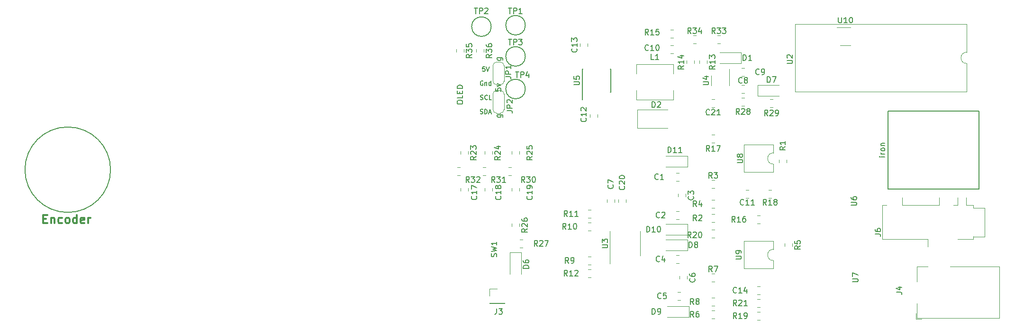
<source format=gbr>
%TF.GenerationSoftware,KiCad,Pcbnew,(5.1.6)-1*%
%TF.CreationDate,2021-01-23T13:54:21+00:00*%
%TF.ProjectId,ninja_iron,6e696e6a-615f-4697-926f-6e2e6b696361,rev?*%
%TF.SameCoordinates,Original*%
%TF.FileFunction,Legend,Top*%
%TF.FilePolarity,Positive*%
%FSLAX46Y46*%
G04 Gerber Fmt 4.6, Leading zero omitted, Abs format (unit mm)*
G04 Created by KiCad (PCBNEW (5.1.6)-1) date 2021-01-23 13:54:21*
%MOMM*%
%LPD*%
G01*
G04 APERTURE LIST*
%ADD10C,0.300000*%
%ADD11C,0.200000*%
%ADD12C,0.120000*%
%ADD13C,0.150000*%
G04 APERTURE END LIST*
D10*
X97238857Y-66694857D02*
X97738857Y-66694857D01*
X97953142Y-67480571D02*
X97238857Y-67480571D01*
X97238857Y-65980571D01*
X97953142Y-65980571D01*
X98596000Y-66480571D02*
X98596000Y-67480571D01*
X98596000Y-66623428D02*
X98667428Y-66552000D01*
X98810285Y-66480571D01*
X99024571Y-66480571D01*
X99167428Y-66552000D01*
X99238857Y-66694857D01*
X99238857Y-67480571D01*
X100596000Y-67409142D02*
X100453142Y-67480571D01*
X100167428Y-67480571D01*
X100024571Y-67409142D01*
X99953142Y-67337714D01*
X99881714Y-67194857D01*
X99881714Y-66766285D01*
X99953142Y-66623428D01*
X100024571Y-66552000D01*
X100167428Y-66480571D01*
X100453142Y-66480571D01*
X100596000Y-66552000D01*
X101453142Y-67480571D02*
X101310285Y-67409142D01*
X101238857Y-67337714D01*
X101167428Y-67194857D01*
X101167428Y-66766285D01*
X101238857Y-66623428D01*
X101310285Y-66552000D01*
X101453142Y-66480571D01*
X101667428Y-66480571D01*
X101810285Y-66552000D01*
X101881714Y-66623428D01*
X101953142Y-66766285D01*
X101953142Y-67194857D01*
X101881714Y-67337714D01*
X101810285Y-67409142D01*
X101667428Y-67480571D01*
X101453142Y-67480571D01*
X103238857Y-67480571D02*
X103238857Y-65980571D01*
X103238857Y-67409142D02*
X103096000Y-67480571D01*
X102810285Y-67480571D01*
X102667428Y-67409142D01*
X102596000Y-67337714D01*
X102524571Y-67194857D01*
X102524571Y-66766285D01*
X102596000Y-66623428D01*
X102667428Y-66552000D01*
X102810285Y-66480571D01*
X103096000Y-66480571D01*
X103238857Y-66552000D01*
X104524571Y-67409142D02*
X104381714Y-67480571D01*
X104096000Y-67480571D01*
X103953142Y-67409142D01*
X103881714Y-67266285D01*
X103881714Y-66694857D01*
X103953142Y-66552000D01*
X104096000Y-66480571D01*
X104381714Y-66480571D01*
X104524571Y-66552000D01*
X104596000Y-66694857D01*
X104596000Y-66837714D01*
X103881714Y-66980571D01*
X105238857Y-67480571D02*
X105238857Y-66480571D01*
X105238857Y-66766285D02*
X105310285Y-66623428D01*
X105381714Y-66552000D01*
X105524571Y-66480571D01*
X105667428Y-66480571D01*
D11*
X109250000Y-57882000D02*
G75*
G03*
X109250000Y-57882000I-7650000J0D01*
G01*
D12*
%TO.C,R36*%
X174550000Y-36314748D02*
X174550000Y-36837252D01*
X175970000Y-36314748D02*
X175970000Y-36837252D01*
%TO.C,U10*%
X241438000Y-32426000D02*
X238988000Y-32426000D01*
X239638000Y-35646000D02*
X241438000Y-35646000D01*
%TO.C,J3*%
X176978000Y-81848000D02*
X179638000Y-81848000D01*
X176978000Y-81788000D02*
X176978000Y-81848000D01*
X179638000Y-81788000D02*
X179638000Y-81848000D01*
X176978000Y-81788000D02*
X179638000Y-81788000D01*
X176978000Y-80518000D02*
X176978000Y-79188000D01*
X176978000Y-79188000D02*
X178308000Y-79188000D01*
%TO.C,R10*%
X194556748Y-68782000D02*
X195079252Y-68782000D01*
X194556748Y-67362000D02*
X195079252Y-67362000D01*
D13*
%TO.C,iron*%
X248158000Y-47356000D02*
X264414000Y-47356000D01*
X264414000Y-47356000D02*
X264414000Y-61356000D01*
X264414000Y-61356000D02*
X248158000Y-61356000D01*
X248158000Y-61356000D02*
X248158000Y-47356000D01*
D12*
%TO.C,R8*%
X216654748Y-82244000D02*
X217177252Y-82244000D01*
X216654748Y-80824000D02*
X217177252Y-80824000D01*
%TO.C,R5*%
X231088000Y-71112748D02*
X231088000Y-71635252D01*
X229668000Y-71112748D02*
X229668000Y-71635252D01*
%TO.C,J4*%
X253154000Y-83602000D02*
X253154000Y-84652000D01*
X254204000Y-84652000D02*
X253154000Y-84652000D01*
X259254000Y-75252000D02*
X268054000Y-75252000D01*
X268054000Y-75252000D02*
X268054000Y-84452000D01*
X253354000Y-77952000D02*
X253354000Y-75252000D01*
X253354000Y-75252000D02*
X255254000Y-75252000D01*
X268054000Y-84452000D02*
X253354000Y-84452000D01*
X253354000Y-84452000D02*
X253354000Y-81852000D01*
%TO.C,JP2*%
X178862000Y-47770000D02*
X178262000Y-47770000D01*
X179562000Y-44320000D02*
X179562000Y-47120000D01*
X178262000Y-43670000D02*
X178862000Y-43670000D01*
X177562000Y-47120000D02*
X177562000Y-44320000D01*
X178262000Y-47770000D02*
G75*
G02*
X177562000Y-47070000I0J700000D01*
G01*
X179562000Y-47070000D02*
G75*
G02*
X178862000Y-47770000I-700000J0D01*
G01*
X178862000Y-43670000D02*
G75*
G02*
X179562000Y-44370000I0J-700000D01*
G01*
X177562000Y-44370000D02*
G75*
G02*
X178262000Y-43670000I700000J0D01*
G01*
%TO.C,R3*%
X216654748Y-61162000D02*
X217177252Y-61162000D01*
X216654748Y-59742000D02*
X217177252Y-59742000D01*
%TO.C,JP1*%
X178862000Y-42690000D02*
X178262000Y-42690000D01*
X179562000Y-39240000D02*
X179562000Y-42040000D01*
X178262000Y-38590000D02*
X178862000Y-38590000D01*
X177562000Y-42040000D02*
X177562000Y-39240000D01*
X178262000Y-42690000D02*
G75*
G02*
X177562000Y-41990000I0J700000D01*
G01*
X179562000Y-41990000D02*
G75*
G02*
X178862000Y-42690000I-700000J0D01*
G01*
X178862000Y-38590000D02*
G75*
G02*
X179562000Y-39290000I0J-700000D01*
G01*
X177562000Y-39290000D02*
G75*
G02*
X178262000Y-38590000I700000J0D01*
G01*
%TO.C,R11*%
X194556748Y-65076000D02*
X195079252Y-65076000D01*
X194556748Y-66496000D02*
X195079252Y-66496000D01*
%TO.C,L1*%
X209802000Y-43664000D02*
X209802000Y-45364000D01*
X209802000Y-45364000D02*
X203202000Y-45364000D01*
X203202000Y-45364000D02*
X203202000Y-43664000D01*
X203202000Y-40664000D02*
X203202000Y-38964000D01*
X203202000Y-38964000D02*
X209802000Y-38964000D01*
X209802000Y-38964000D02*
X209802000Y-40664000D01*
%TO.C,R19*%
X225305252Y-83364000D02*
X224782748Y-83364000D01*
X225305252Y-84784000D02*
X224782748Y-84784000D01*
%TO.C,R14*%
X212142000Y-38869252D02*
X212142000Y-38346748D01*
X213562000Y-38869252D02*
X213562000Y-38346748D01*
%TO.C,R15*%
X209811252Y-32818000D02*
X209288748Y-32818000D01*
X209811252Y-34238000D02*
X209288748Y-34238000D01*
%TO.C,R25*%
X180900000Y-54602748D02*
X180900000Y-55125252D01*
X182320000Y-54602748D02*
X182320000Y-55125252D01*
%TO.C,R21*%
X225305252Y-82498000D02*
X224782748Y-82498000D01*
X225305252Y-81078000D02*
X224782748Y-81078000D01*
%TO.C,R23*%
X171756000Y-54602748D02*
X171756000Y-55125252D01*
X173176000Y-54602748D02*
X173176000Y-55125252D01*
%TO.C,R28*%
X221988748Y-45010000D02*
X222511252Y-45010000D01*
X221988748Y-46430000D02*
X222511252Y-46430000D01*
%TO.C,R30*%
X180855252Y-58876000D02*
X180332748Y-58876000D01*
X180855252Y-57456000D02*
X180332748Y-57456000D01*
%TO.C,R35*%
X170994000Y-36314748D02*
X170994000Y-36837252D01*
X172414000Y-36314748D02*
X172414000Y-36837252D01*
%TO.C,R20*%
X217177252Y-70052000D02*
X216654748Y-70052000D01*
X217177252Y-68632000D02*
X216654748Y-68632000D01*
%TO.C,R27*%
X182887252Y-70410000D02*
X182364748Y-70410000D01*
X182887252Y-71830000D02*
X182364748Y-71830000D01*
%TO.C,R29*%
X227068748Y-46684000D02*
X227591252Y-46684000D01*
X227068748Y-45264000D02*
X227591252Y-45264000D01*
%TO.C,R31*%
X176283252Y-57456000D02*
X175760748Y-57456000D01*
X176283252Y-58876000D02*
X175760748Y-58876000D01*
%TO.C,R26*%
X182320000Y-67556748D02*
X182320000Y-68079252D01*
X180900000Y-67556748D02*
X180900000Y-68079252D01*
%TO.C,R16*%
X225305252Y-67512000D02*
X224782748Y-67512000D01*
X225305252Y-66092000D02*
X224782748Y-66092000D01*
%TO.C,R17*%
X217177252Y-51614000D02*
X216654748Y-51614000D01*
X217177252Y-53034000D02*
X216654748Y-53034000D01*
%TO.C,R18*%
X226814748Y-61520000D02*
X227337252Y-61520000D01*
X226814748Y-62940000D02*
X227337252Y-62940000D01*
%TO.C,R24*%
X177494000Y-54602748D02*
X177494000Y-55125252D01*
X176074000Y-54602748D02*
X176074000Y-55125252D01*
%TO.C,C21*%
X217177252Y-46684000D02*
X216654748Y-46684000D01*
X217177252Y-45264000D02*
X216654748Y-45264000D01*
%TO.C,C18*%
X176074000Y-61206748D02*
X176074000Y-61729252D01*
X177494000Y-61206748D02*
X177494000Y-61729252D01*
%TO.C,C7*%
X197918000Y-63761252D02*
X197918000Y-63238748D01*
X199338000Y-63761252D02*
X199338000Y-63238748D01*
%TO.C,C8*%
X221988748Y-42724000D02*
X222511252Y-42724000D01*
X221988748Y-44144000D02*
X222511252Y-44144000D01*
%TO.C,C20*%
X201370000Y-63761252D02*
X201370000Y-63238748D01*
X199950000Y-63761252D02*
X199950000Y-63238748D01*
%TO.C,D2*%
X203356000Y-47118000D02*
X203356000Y-50418000D01*
X203356000Y-50418000D02*
X208756000Y-50418000D01*
X203356000Y-47118000D02*
X208756000Y-47118000D01*
%TO.C,D9*%
X212562000Y-84312000D02*
X212562000Y-82312000D01*
X212562000Y-82312000D02*
X208662000Y-82312000D01*
X212562000Y-84312000D02*
X208662000Y-84312000D01*
%TO.C,C19*%
X182320000Y-61206748D02*
X182320000Y-61729252D01*
X180900000Y-61206748D02*
X180900000Y-61729252D01*
%TO.C,C6*%
X210872000Y-76954748D02*
X210872000Y-77477252D01*
X212292000Y-76954748D02*
X212292000Y-77477252D01*
%TO.C,C3*%
X212038000Y-62222748D02*
X212038000Y-62745252D01*
X210618000Y-62222748D02*
X210618000Y-62745252D01*
%TO.C,C9*%
X221988748Y-41096000D02*
X222511252Y-41096000D01*
X221988748Y-39676000D02*
X222511252Y-39676000D01*
%TO.C,C1*%
X210295748Y-58472000D02*
X210818252Y-58472000D01*
X210295748Y-59892000D02*
X210818252Y-59892000D01*
%TO.C,C4*%
X210304748Y-73204000D02*
X210827252Y-73204000D01*
X210304748Y-74624000D02*
X210827252Y-74624000D01*
%TO.C,C13*%
X194512000Y-35821252D02*
X194512000Y-35298748D01*
X193092000Y-35821252D02*
X193092000Y-35298748D01*
%TO.C,C14*%
X225305252Y-78792000D02*
X224782748Y-78792000D01*
X225305252Y-80212000D02*
X224782748Y-80212000D01*
%TO.C,D6*%
X182610000Y-72730000D02*
X180610000Y-72730000D01*
X180610000Y-72730000D02*
X180610000Y-76580000D01*
X182610000Y-72730000D02*
X182610000Y-76580000D01*
%TO.C,D1*%
X221910000Y-38846000D02*
X221910000Y-36846000D01*
X221910000Y-36846000D02*
X218060000Y-36846000D01*
X221910000Y-38846000D02*
X218060000Y-38846000D01*
%TO.C,R1*%
X228652000Y-56649252D02*
X228652000Y-56126748D01*
X230072000Y-56649252D02*
X230072000Y-56126748D01*
%TO.C,R4*%
X216654748Y-64718000D02*
X217177252Y-64718000D01*
X216654748Y-63298000D02*
X217177252Y-63298000D01*
%TO.C,R13*%
X214428000Y-38346748D02*
X214428000Y-38869252D01*
X215848000Y-38346748D02*
X215848000Y-38869252D01*
%TO.C,R7*%
X216654748Y-76506000D02*
X217177252Y-76506000D01*
X216654748Y-77926000D02*
X217177252Y-77926000D01*
%TO.C,J6*%
X260604000Y-64210000D02*
X260604000Y-62860000D01*
X262140000Y-64210000D02*
X262140000Y-62860000D01*
X262140000Y-64210000D02*
X263440000Y-64210000D01*
X259842000Y-64262000D02*
X260604000Y-64262000D01*
X250698000Y-64262000D02*
X257302000Y-64262000D01*
X247142000Y-70358000D02*
X247142000Y-64262000D01*
X263398000Y-70358000D02*
X260604000Y-70358000D01*
X263440000Y-64710000D02*
X265440000Y-64710000D01*
X265440000Y-64710000D02*
X265440000Y-69910000D01*
X265440000Y-69910000D02*
X263440000Y-69910000D01*
X263398000Y-69850000D02*
X263398000Y-70358000D01*
X263440000Y-64210000D02*
X263440000Y-64710000D01*
X257302000Y-64210000D02*
X257302000Y-62860000D01*
X250698000Y-64262000D02*
X250698000Y-62912000D01*
X247142000Y-64262000D02*
X247904000Y-64262000D01*
X247142000Y-70358000D02*
X255270000Y-70358000D01*
X255270000Y-71708000D02*
X255270000Y-70358000D01*
%TO.C,D11*%
X212308000Y-57388000D02*
X212308000Y-55388000D01*
X212308000Y-55388000D02*
X208408000Y-55388000D01*
X212308000Y-57388000D02*
X208408000Y-57388000D01*
%TO.C,R2*%
X216654748Y-67258000D02*
X217177252Y-67258000D01*
X216654748Y-65838000D02*
X217177252Y-65838000D01*
%TO.C,R6*%
X216654748Y-83110000D02*
X217177252Y-83110000D01*
X216654748Y-84530000D02*
X217177252Y-84530000D01*
%TO.C,R9*%
X194556748Y-73458000D02*
X195079252Y-73458000D01*
X194556748Y-74878000D02*
X195079252Y-74878000D01*
%TO.C,R12*%
X194556748Y-77164000D02*
X195079252Y-77164000D01*
X194556748Y-75744000D02*
X195079252Y-75744000D01*
%TO.C,U2*%
X262188000Y-36846000D02*
X262188000Y-31786000D01*
X262188000Y-31786000D02*
X231588000Y-31786000D01*
X231588000Y-31786000D02*
X231588000Y-43906000D01*
X231588000Y-43906000D02*
X262188000Y-43906000D01*
X262188000Y-43906000D02*
X262188000Y-38846000D01*
X262188000Y-38846000D02*
G75*
G02*
X262188000Y-36846000I0J1000000D01*
G01*
%TO.C,R33*%
X218184252Y-33834000D02*
X217661748Y-33834000D01*
X218184252Y-35254000D02*
X217661748Y-35254000D01*
%TO.C,C17*%
X171756000Y-61206748D02*
X171756000Y-61729252D01*
X173176000Y-61206748D02*
X173176000Y-61729252D01*
%TO.C,U4*%
X216576000Y-41010000D02*
X216576000Y-42810000D01*
X219796000Y-42810000D02*
X219796000Y-39860000D01*
D13*
%TO.C,TP1*%
X183360000Y-32004000D02*
G75*
G03*
X183360000Y-32004000I-1750000J0D01*
G01*
D12*
%TO.C,U8*%
X227644000Y-54880000D02*
X227644000Y-53430000D01*
X227644000Y-53430000D02*
X222444000Y-53430000D01*
X222444000Y-53430000D02*
X222444000Y-58330000D01*
X222444000Y-58330000D02*
X227644000Y-58330000D01*
X227644000Y-58330000D02*
X227644000Y-56880000D01*
X227644000Y-56880000D02*
G75*
G02*
X227644000Y-54880000I0J1000000D01*
G01*
D13*
%TO.C,TP2*%
X177264000Y-32258000D02*
G75*
G03*
X177264000Y-32258000I-1750000J0D01*
G01*
%TO.C,TP3*%
X183360000Y-37592000D02*
G75*
G03*
X183360000Y-37592000I-1750000J0D01*
G01*
%TO.C,U5*%
X193513000Y-43985000D02*
X193563000Y-43985000D01*
X193513000Y-39835000D02*
X193658000Y-39835000D01*
X198663000Y-39835000D02*
X198518000Y-39835000D01*
X198663000Y-43985000D02*
X198518000Y-43985000D01*
X193513000Y-43985000D02*
X193513000Y-39835000D01*
X198663000Y-43985000D02*
X198663000Y-39835000D01*
X193563000Y-43985000D02*
X193563000Y-45385000D01*
D12*
%TO.C,U9*%
X227644000Y-75602000D02*
X227644000Y-74152000D01*
X222444000Y-75602000D02*
X227644000Y-75602000D01*
X222444000Y-70702000D02*
X222444000Y-75602000D01*
X227644000Y-70702000D02*
X222444000Y-70702000D01*
X227644000Y-72152000D02*
X227644000Y-70702000D01*
X227644000Y-74152000D02*
G75*
G02*
X227644000Y-72152000I0J1000000D01*
G01*
%TO.C,D8*%
X212308000Y-72374000D02*
X208408000Y-72374000D01*
X212308000Y-70374000D02*
X208408000Y-70374000D01*
X212308000Y-72374000D02*
X212308000Y-70374000D01*
%TO.C,D10*%
X212308000Y-69580000D02*
X208408000Y-69580000D01*
X212308000Y-67580000D02*
X208408000Y-67580000D01*
X212308000Y-69580000D02*
X212308000Y-67580000D01*
%TO.C,U3*%
X203903000Y-71120000D02*
X203903000Y-68920000D01*
X203903000Y-71120000D02*
X203903000Y-73320000D01*
X198433000Y-71120000D02*
X198433000Y-68920000D01*
X198433000Y-71120000D02*
X198433000Y-74720000D01*
%TO.C,R32*%
X171188748Y-57456000D02*
X171711252Y-57456000D01*
X171188748Y-58876000D02*
X171711252Y-58876000D01*
%TO.C,R34*%
X213875252Y-35254000D02*
X213352748Y-35254000D01*
X213875252Y-33834000D02*
X213352748Y-33834000D01*
%TO.C,D7*%
X224876000Y-42688000D02*
X228726000Y-42688000D01*
X224876000Y-44688000D02*
X228726000Y-44688000D01*
X224876000Y-42688000D02*
X224876000Y-44688000D01*
%TO.C,C10*%
X209288748Y-37032000D02*
X209811252Y-37032000D01*
X209288748Y-35612000D02*
X209811252Y-35612000D01*
%TO.C,C12*%
X196290000Y-47998748D02*
X196290000Y-48521252D01*
X194870000Y-47998748D02*
X194870000Y-48521252D01*
D13*
%TO.C,TP4*%
X183360000Y-43434000D02*
G75*
G03*
X183360000Y-43434000I-1750000J0D01*
G01*
D12*
%TO.C,C2*%
X210827252Y-65330000D02*
X210304748Y-65330000D01*
X210827252Y-66750000D02*
X210304748Y-66750000D01*
%TO.C,C11*%
X223273252Y-62940000D02*
X222750748Y-62940000D01*
X223273252Y-61520000D02*
X222750748Y-61520000D01*
%TO.C,C5*%
X211081252Y-79808000D02*
X210558748Y-79808000D01*
X211081252Y-81228000D02*
X210558748Y-81228000D01*
%TO.C,R36*%
D13*
X177362380Y-37218857D02*
X176886190Y-37552190D01*
X177362380Y-37790285D02*
X176362380Y-37790285D01*
X176362380Y-37409333D01*
X176410000Y-37314095D01*
X176457619Y-37266476D01*
X176552857Y-37218857D01*
X176695714Y-37218857D01*
X176790952Y-37266476D01*
X176838571Y-37314095D01*
X176886190Y-37409333D01*
X176886190Y-37790285D01*
X176362380Y-36885523D02*
X176362380Y-36266476D01*
X176743333Y-36599809D01*
X176743333Y-36456952D01*
X176790952Y-36361714D01*
X176838571Y-36314095D01*
X176933809Y-36266476D01*
X177171904Y-36266476D01*
X177267142Y-36314095D01*
X177314761Y-36361714D01*
X177362380Y-36456952D01*
X177362380Y-36742666D01*
X177314761Y-36837904D01*
X177267142Y-36885523D01*
X176362380Y-35409333D02*
X176362380Y-35599809D01*
X176410000Y-35695047D01*
X176457619Y-35742666D01*
X176600476Y-35837904D01*
X176790952Y-35885523D01*
X177171904Y-35885523D01*
X177267142Y-35837904D01*
X177314761Y-35790285D01*
X177362380Y-35695047D01*
X177362380Y-35504571D01*
X177314761Y-35409333D01*
X177267142Y-35361714D01*
X177171904Y-35314095D01*
X176933809Y-35314095D01*
X176838571Y-35361714D01*
X176790952Y-35409333D01*
X176743333Y-35504571D01*
X176743333Y-35695047D01*
X176790952Y-35790285D01*
X176838571Y-35837904D01*
X176933809Y-35885523D01*
%TO.C,U10*%
X239299904Y-30588380D02*
X239299904Y-31397904D01*
X239347523Y-31493142D01*
X239395142Y-31540761D01*
X239490380Y-31588380D01*
X239680857Y-31588380D01*
X239776095Y-31540761D01*
X239823714Y-31493142D01*
X239871333Y-31397904D01*
X239871333Y-30588380D01*
X240871333Y-31588380D02*
X240299904Y-31588380D01*
X240585619Y-31588380D02*
X240585619Y-30588380D01*
X240490380Y-30731238D01*
X240395142Y-30826476D01*
X240299904Y-30874095D01*
X241490380Y-30588380D02*
X241585619Y-30588380D01*
X241680857Y-30636000D01*
X241728476Y-30683619D01*
X241776095Y-30778857D01*
X241823714Y-30969333D01*
X241823714Y-31207428D01*
X241776095Y-31397904D01*
X241728476Y-31493142D01*
X241680857Y-31540761D01*
X241585619Y-31588380D01*
X241490380Y-31588380D01*
X241395142Y-31540761D01*
X241347523Y-31493142D01*
X241299904Y-31397904D01*
X241252285Y-31207428D01*
X241252285Y-30969333D01*
X241299904Y-30778857D01*
X241347523Y-30683619D01*
X241395142Y-30636000D01*
X241490380Y-30588380D01*
%TO.C,J3*%
X178228666Y-82764380D02*
X178228666Y-83478666D01*
X178181047Y-83621523D01*
X178085809Y-83716761D01*
X177942952Y-83764380D01*
X177847714Y-83764380D01*
X178609619Y-82764380D02*
X179228666Y-82764380D01*
X178895333Y-83145333D01*
X179038190Y-83145333D01*
X179133428Y-83192952D01*
X179181047Y-83240571D01*
X179228666Y-83335809D01*
X179228666Y-83573904D01*
X179181047Y-83669142D01*
X179133428Y-83716761D01*
X179038190Y-83764380D01*
X178752476Y-83764380D01*
X178657238Y-83716761D01*
X178609619Y-83669142D01*
%TO.C,R10*%
X190619142Y-68524380D02*
X190285809Y-68048190D01*
X190047714Y-68524380D02*
X190047714Y-67524380D01*
X190428666Y-67524380D01*
X190523904Y-67572000D01*
X190571523Y-67619619D01*
X190619142Y-67714857D01*
X190619142Y-67857714D01*
X190571523Y-67952952D01*
X190523904Y-68000571D01*
X190428666Y-68048190D01*
X190047714Y-68048190D01*
X191571523Y-68524380D02*
X191000095Y-68524380D01*
X191285809Y-68524380D02*
X191285809Y-67524380D01*
X191190571Y-67667238D01*
X191095333Y-67762476D01*
X191000095Y-67810095D01*
X192190571Y-67524380D02*
X192285809Y-67524380D01*
X192381047Y-67572000D01*
X192428666Y-67619619D01*
X192476285Y-67714857D01*
X192523904Y-67905333D01*
X192523904Y-68143428D01*
X192476285Y-68333904D01*
X192428666Y-68429142D01*
X192381047Y-68476761D01*
X192285809Y-68524380D01*
X192190571Y-68524380D01*
X192095333Y-68476761D01*
X192047714Y-68429142D01*
X192000095Y-68333904D01*
X191952476Y-68143428D01*
X191952476Y-67905333D01*
X192000095Y-67714857D01*
X192047714Y-67619619D01*
X192095333Y-67572000D01*
X192190571Y-67524380D01*
%TO.C,iron*%
X247594380Y-55570285D02*
X246927714Y-55570285D01*
X246594380Y-55570285D02*
X246642000Y-55617904D01*
X246689619Y-55570285D01*
X246642000Y-55522666D01*
X246594380Y-55570285D01*
X246689619Y-55570285D01*
X247594380Y-55094095D02*
X246927714Y-55094095D01*
X247118190Y-55094095D02*
X247022952Y-55046476D01*
X246975333Y-54998857D01*
X246927714Y-54903619D01*
X246927714Y-54808380D01*
X247594380Y-54332190D02*
X247546761Y-54427428D01*
X247499142Y-54475047D01*
X247403904Y-54522666D01*
X247118190Y-54522666D01*
X247022952Y-54475047D01*
X246975333Y-54427428D01*
X246927714Y-54332190D01*
X246927714Y-54189333D01*
X246975333Y-54094095D01*
X247022952Y-54046476D01*
X247118190Y-53998857D01*
X247403904Y-53998857D01*
X247499142Y-54046476D01*
X247546761Y-54094095D01*
X247594380Y-54189333D01*
X247594380Y-54332190D01*
X246927714Y-53570285D02*
X247594380Y-53570285D01*
X247022952Y-53570285D02*
X246975333Y-53522666D01*
X246927714Y-53427428D01*
X246927714Y-53284571D01*
X246975333Y-53189333D01*
X247070571Y-53141714D01*
X247594380Y-53141714D01*
%TO.C,R8*%
X213447333Y-81986380D02*
X213114000Y-81510190D01*
X212875904Y-81986380D02*
X212875904Y-80986380D01*
X213256857Y-80986380D01*
X213352095Y-81034000D01*
X213399714Y-81081619D01*
X213447333Y-81176857D01*
X213447333Y-81319714D01*
X213399714Y-81414952D01*
X213352095Y-81462571D01*
X213256857Y-81510190D01*
X212875904Y-81510190D01*
X214018761Y-81414952D02*
X213923523Y-81367333D01*
X213875904Y-81319714D01*
X213828285Y-81224476D01*
X213828285Y-81176857D01*
X213875904Y-81081619D01*
X213923523Y-81034000D01*
X214018761Y-80986380D01*
X214209238Y-80986380D01*
X214304476Y-81034000D01*
X214352095Y-81081619D01*
X214399714Y-81176857D01*
X214399714Y-81224476D01*
X214352095Y-81319714D01*
X214304476Y-81367333D01*
X214209238Y-81414952D01*
X214018761Y-81414952D01*
X213923523Y-81462571D01*
X213875904Y-81510190D01*
X213828285Y-81605428D01*
X213828285Y-81795904D01*
X213875904Y-81891142D01*
X213923523Y-81938761D01*
X214018761Y-81986380D01*
X214209238Y-81986380D01*
X214304476Y-81938761D01*
X214352095Y-81891142D01*
X214399714Y-81795904D01*
X214399714Y-81605428D01*
X214352095Y-81510190D01*
X214304476Y-81462571D01*
X214209238Y-81414952D01*
%TO.C,R5*%
X232480380Y-71540666D02*
X232004190Y-71874000D01*
X232480380Y-72112095D02*
X231480380Y-72112095D01*
X231480380Y-71731142D01*
X231528000Y-71635904D01*
X231575619Y-71588285D01*
X231670857Y-71540666D01*
X231813714Y-71540666D01*
X231908952Y-71588285D01*
X231956571Y-71635904D01*
X232004190Y-71731142D01*
X232004190Y-72112095D01*
X231480380Y-70635904D02*
X231480380Y-71112095D01*
X231956571Y-71159714D01*
X231908952Y-71112095D01*
X231861333Y-71016857D01*
X231861333Y-70778761D01*
X231908952Y-70683523D01*
X231956571Y-70635904D01*
X232051809Y-70588285D01*
X232289904Y-70588285D01*
X232385142Y-70635904D01*
X232432761Y-70683523D01*
X232480380Y-70778761D01*
X232480380Y-71016857D01*
X232432761Y-71112095D01*
X232385142Y-71159714D01*
%TO.C,J4*%
X249642380Y-79835333D02*
X250356666Y-79835333D01*
X250499523Y-79882952D01*
X250594761Y-79978190D01*
X250642380Y-80121047D01*
X250642380Y-80216285D01*
X249975714Y-78930571D02*
X250642380Y-78930571D01*
X249594761Y-79168666D02*
X250309047Y-79406761D01*
X250309047Y-78787714D01*
%TO.C,JP2*%
X180046380Y-47315333D02*
X180760666Y-47315333D01*
X180903523Y-47362952D01*
X180998761Y-47458190D01*
X181046380Y-47601047D01*
X181046380Y-47696285D01*
X181046380Y-46839142D02*
X180046380Y-46839142D01*
X180046380Y-46458190D01*
X180094000Y-46362952D01*
X180141619Y-46315333D01*
X180236857Y-46267714D01*
X180379714Y-46267714D01*
X180474952Y-46315333D01*
X180522571Y-46362952D01*
X180570190Y-46458190D01*
X180570190Y-46839142D01*
X180141619Y-45886761D02*
X180094000Y-45839142D01*
X180046380Y-45743904D01*
X180046380Y-45505809D01*
X180094000Y-45410571D01*
X180141619Y-45362952D01*
X180236857Y-45315333D01*
X180332095Y-45315333D01*
X180474952Y-45362952D01*
X181046380Y-45934380D01*
X181046380Y-45315333D01*
X178014380Y-43322857D02*
X178014380Y-43799047D01*
X178490571Y-43846666D01*
X178442952Y-43799047D01*
X178395333Y-43703809D01*
X178395333Y-43465714D01*
X178442952Y-43370476D01*
X178490571Y-43322857D01*
X178585809Y-43275238D01*
X178823904Y-43275238D01*
X178919142Y-43322857D01*
X178966761Y-43370476D01*
X179014380Y-43465714D01*
X179014380Y-43703809D01*
X178966761Y-43799047D01*
X178919142Y-43846666D01*
X178347714Y-42941904D02*
X179014380Y-42703809D01*
X178347714Y-42465714D01*
X178347714Y-48045714D02*
X179157238Y-48045714D01*
X179252476Y-48093333D01*
X179300095Y-48140952D01*
X179347714Y-48236190D01*
X179347714Y-48379047D01*
X179300095Y-48474285D01*
X178966761Y-48045714D02*
X179014380Y-48140952D01*
X179014380Y-48331428D01*
X178966761Y-48426666D01*
X178919142Y-48474285D01*
X178823904Y-48521904D01*
X178538190Y-48521904D01*
X178442952Y-48474285D01*
X178395333Y-48426666D01*
X178347714Y-48331428D01*
X178347714Y-48140952D01*
X178395333Y-48045714D01*
%TO.C,R3*%
X216749333Y-59380380D02*
X216416000Y-58904190D01*
X216177904Y-59380380D02*
X216177904Y-58380380D01*
X216558857Y-58380380D01*
X216654095Y-58428000D01*
X216701714Y-58475619D01*
X216749333Y-58570857D01*
X216749333Y-58713714D01*
X216701714Y-58808952D01*
X216654095Y-58856571D01*
X216558857Y-58904190D01*
X216177904Y-58904190D01*
X217082666Y-58380380D02*
X217701714Y-58380380D01*
X217368380Y-58761333D01*
X217511238Y-58761333D01*
X217606476Y-58808952D01*
X217654095Y-58856571D01*
X217701714Y-58951809D01*
X217701714Y-59189904D01*
X217654095Y-59285142D01*
X217606476Y-59332761D01*
X217511238Y-59380380D01*
X217225523Y-59380380D01*
X217130285Y-59332761D01*
X217082666Y-59285142D01*
%TO.C,JP1*%
X179792380Y-41219333D02*
X180506666Y-41219333D01*
X180649523Y-41266952D01*
X180744761Y-41362190D01*
X180792380Y-41505047D01*
X180792380Y-41600285D01*
X180792380Y-40743142D02*
X179792380Y-40743142D01*
X179792380Y-40362190D01*
X179840000Y-40266952D01*
X179887619Y-40219333D01*
X179982857Y-40171714D01*
X180125714Y-40171714D01*
X180220952Y-40219333D01*
X180268571Y-40266952D01*
X180316190Y-40362190D01*
X180316190Y-40743142D01*
X180792380Y-39219333D02*
X180792380Y-39790761D01*
X180792380Y-39505047D02*
X179792380Y-39505047D01*
X179935238Y-39600285D01*
X180030476Y-39695523D01*
X180078095Y-39790761D01*
X178014380Y-43322857D02*
X178014380Y-43799047D01*
X178490571Y-43846666D01*
X178442952Y-43799047D01*
X178395333Y-43703809D01*
X178395333Y-43465714D01*
X178442952Y-43370476D01*
X178490571Y-43322857D01*
X178585809Y-43275238D01*
X178823904Y-43275238D01*
X178919142Y-43322857D01*
X178966761Y-43370476D01*
X179014380Y-43465714D01*
X179014380Y-43703809D01*
X178966761Y-43799047D01*
X178919142Y-43846666D01*
X178347714Y-42941904D02*
X179014380Y-42703809D01*
X178347714Y-42465714D01*
X178347714Y-37825714D02*
X179157238Y-37825714D01*
X179252476Y-37873333D01*
X179300095Y-37920952D01*
X179347714Y-38016190D01*
X179347714Y-38159047D01*
X179300095Y-38254285D01*
X178966761Y-37825714D02*
X179014380Y-37920952D01*
X179014380Y-38111428D01*
X178966761Y-38206666D01*
X178919142Y-38254285D01*
X178823904Y-38301904D01*
X178538190Y-38301904D01*
X178442952Y-38254285D01*
X178395333Y-38206666D01*
X178347714Y-38111428D01*
X178347714Y-37920952D01*
X178395333Y-37825714D01*
%TO.C,R11*%
X190873142Y-66238380D02*
X190539809Y-65762190D01*
X190301714Y-66238380D02*
X190301714Y-65238380D01*
X190682666Y-65238380D01*
X190777904Y-65286000D01*
X190825523Y-65333619D01*
X190873142Y-65428857D01*
X190873142Y-65571714D01*
X190825523Y-65666952D01*
X190777904Y-65714571D01*
X190682666Y-65762190D01*
X190301714Y-65762190D01*
X191825523Y-66238380D02*
X191254095Y-66238380D01*
X191539809Y-66238380D02*
X191539809Y-65238380D01*
X191444571Y-65381238D01*
X191349333Y-65476476D01*
X191254095Y-65524095D01*
X192777904Y-66238380D02*
X192206476Y-66238380D01*
X192492190Y-66238380D02*
X192492190Y-65238380D01*
X192396952Y-65381238D01*
X192301714Y-65476476D01*
X192206476Y-65524095D01*
%TO.C,L1*%
X206335333Y-38166380D02*
X205859142Y-38166380D01*
X205859142Y-37166380D01*
X207192476Y-38166380D02*
X206621047Y-38166380D01*
X206906761Y-38166380D02*
X206906761Y-37166380D01*
X206811523Y-37309238D01*
X206716285Y-37404476D01*
X206621047Y-37452095D01*
%TO.C,R19*%
X221099142Y-84526380D02*
X220765809Y-84050190D01*
X220527714Y-84526380D02*
X220527714Y-83526380D01*
X220908666Y-83526380D01*
X221003904Y-83574000D01*
X221051523Y-83621619D01*
X221099142Y-83716857D01*
X221099142Y-83859714D01*
X221051523Y-83954952D01*
X221003904Y-84002571D01*
X220908666Y-84050190D01*
X220527714Y-84050190D01*
X222051523Y-84526380D02*
X221480095Y-84526380D01*
X221765809Y-84526380D02*
X221765809Y-83526380D01*
X221670571Y-83669238D01*
X221575333Y-83764476D01*
X221480095Y-83812095D01*
X222527714Y-84526380D02*
X222718190Y-84526380D01*
X222813428Y-84478761D01*
X222861047Y-84431142D01*
X222956285Y-84288285D01*
X223003904Y-84097809D01*
X223003904Y-83716857D01*
X222956285Y-83621619D01*
X222908666Y-83574000D01*
X222813428Y-83526380D01*
X222622952Y-83526380D01*
X222527714Y-83574000D01*
X222480095Y-83621619D01*
X222432476Y-83716857D01*
X222432476Y-83954952D01*
X222480095Y-84050190D01*
X222527714Y-84097809D01*
X222622952Y-84145428D01*
X222813428Y-84145428D01*
X222908666Y-84097809D01*
X222956285Y-84050190D01*
X223003904Y-83954952D01*
%TO.C,R14*%
X211654380Y-39250857D02*
X211178190Y-39584190D01*
X211654380Y-39822285D02*
X210654380Y-39822285D01*
X210654380Y-39441333D01*
X210702000Y-39346095D01*
X210749619Y-39298476D01*
X210844857Y-39250857D01*
X210987714Y-39250857D01*
X211082952Y-39298476D01*
X211130571Y-39346095D01*
X211178190Y-39441333D01*
X211178190Y-39822285D01*
X211654380Y-38298476D02*
X211654380Y-38869904D01*
X211654380Y-38584190D02*
X210654380Y-38584190D01*
X210797238Y-38679428D01*
X210892476Y-38774666D01*
X210940095Y-38869904D01*
X210987714Y-37441333D02*
X211654380Y-37441333D01*
X210606761Y-37679428D02*
X211321047Y-37917523D01*
X211321047Y-37298476D01*
%TO.C,R15*%
X205351142Y-33726380D02*
X205017809Y-33250190D01*
X204779714Y-33726380D02*
X204779714Y-32726380D01*
X205160666Y-32726380D01*
X205255904Y-32774000D01*
X205303523Y-32821619D01*
X205351142Y-32916857D01*
X205351142Y-33059714D01*
X205303523Y-33154952D01*
X205255904Y-33202571D01*
X205160666Y-33250190D01*
X204779714Y-33250190D01*
X206303523Y-33726380D02*
X205732095Y-33726380D01*
X206017809Y-33726380D02*
X206017809Y-32726380D01*
X205922571Y-32869238D01*
X205827333Y-32964476D01*
X205732095Y-33012095D01*
X207208285Y-32726380D02*
X206732095Y-32726380D01*
X206684476Y-33202571D01*
X206732095Y-33154952D01*
X206827333Y-33107333D01*
X207065428Y-33107333D01*
X207160666Y-33154952D01*
X207208285Y-33202571D01*
X207255904Y-33297809D01*
X207255904Y-33535904D01*
X207208285Y-33631142D01*
X207160666Y-33678761D01*
X207065428Y-33726380D01*
X206827333Y-33726380D01*
X206732095Y-33678761D01*
X206684476Y-33631142D01*
%TO.C,R25*%
X184602380Y-55506857D02*
X184126190Y-55840190D01*
X184602380Y-56078285D02*
X183602380Y-56078285D01*
X183602380Y-55697333D01*
X183650000Y-55602095D01*
X183697619Y-55554476D01*
X183792857Y-55506857D01*
X183935714Y-55506857D01*
X184030952Y-55554476D01*
X184078571Y-55602095D01*
X184126190Y-55697333D01*
X184126190Y-56078285D01*
X183697619Y-55125904D02*
X183650000Y-55078285D01*
X183602380Y-54983047D01*
X183602380Y-54744952D01*
X183650000Y-54649714D01*
X183697619Y-54602095D01*
X183792857Y-54554476D01*
X183888095Y-54554476D01*
X184030952Y-54602095D01*
X184602380Y-55173523D01*
X184602380Y-54554476D01*
X183602380Y-53649714D02*
X183602380Y-54125904D01*
X184078571Y-54173523D01*
X184030952Y-54125904D01*
X183983333Y-54030666D01*
X183983333Y-53792571D01*
X184030952Y-53697333D01*
X184078571Y-53649714D01*
X184173809Y-53602095D01*
X184411904Y-53602095D01*
X184507142Y-53649714D01*
X184554761Y-53697333D01*
X184602380Y-53792571D01*
X184602380Y-54030666D01*
X184554761Y-54125904D01*
X184507142Y-54173523D01*
%TO.C,R21*%
X221099142Y-82240380D02*
X220765809Y-81764190D01*
X220527714Y-82240380D02*
X220527714Y-81240380D01*
X220908666Y-81240380D01*
X221003904Y-81288000D01*
X221051523Y-81335619D01*
X221099142Y-81430857D01*
X221099142Y-81573714D01*
X221051523Y-81668952D01*
X221003904Y-81716571D01*
X220908666Y-81764190D01*
X220527714Y-81764190D01*
X221480095Y-81335619D02*
X221527714Y-81288000D01*
X221622952Y-81240380D01*
X221861047Y-81240380D01*
X221956285Y-81288000D01*
X222003904Y-81335619D01*
X222051523Y-81430857D01*
X222051523Y-81526095D01*
X222003904Y-81668952D01*
X221432476Y-82240380D01*
X222051523Y-82240380D01*
X223003904Y-82240380D02*
X222432476Y-82240380D01*
X222718190Y-82240380D02*
X222718190Y-81240380D01*
X222622952Y-81383238D01*
X222527714Y-81478476D01*
X222432476Y-81526095D01*
%TO.C,R23*%
X174568380Y-55506857D02*
X174092190Y-55840190D01*
X174568380Y-56078285D02*
X173568380Y-56078285D01*
X173568380Y-55697333D01*
X173616000Y-55602095D01*
X173663619Y-55554476D01*
X173758857Y-55506857D01*
X173901714Y-55506857D01*
X173996952Y-55554476D01*
X174044571Y-55602095D01*
X174092190Y-55697333D01*
X174092190Y-56078285D01*
X173663619Y-55125904D02*
X173616000Y-55078285D01*
X173568380Y-54983047D01*
X173568380Y-54744952D01*
X173616000Y-54649714D01*
X173663619Y-54602095D01*
X173758857Y-54554476D01*
X173854095Y-54554476D01*
X173996952Y-54602095D01*
X174568380Y-55173523D01*
X174568380Y-54554476D01*
X173568380Y-54221142D02*
X173568380Y-53602095D01*
X173949333Y-53935428D01*
X173949333Y-53792571D01*
X173996952Y-53697333D01*
X174044571Y-53649714D01*
X174139809Y-53602095D01*
X174377904Y-53602095D01*
X174473142Y-53649714D01*
X174520761Y-53697333D01*
X174568380Y-53792571D01*
X174568380Y-54078285D01*
X174520761Y-54173523D01*
X174473142Y-54221142D01*
%TO.C,R28*%
X221607142Y-47950380D02*
X221273809Y-47474190D01*
X221035714Y-47950380D02*
X221035714Y-46950380D01*
X221416666Y-46950380D01*
X221511904Y-46998000D01*
X221559523Y-47045619D01*
X221607142Y-47140857D01*
X221607142Y-47283714D01*
X221559523Y-47378952D01*
X221511904Y-47426571D01*
X221416666Y-47474190D01*
X221035714Y-47474190D01*
X221988095Y-47045619D02*
X222035714Y-46998000D01*
X222130952Y-46950380D01*
X222369047Y-46950380D01*
X222464285Y-46998000D01*
X222511904Y-47045619D01*
X222559523Y-47140857D01*
X222559523Y-47236095D01*
X222511904Y-47378952D01*
X221940476Y-47950380D01*
X222559523Y-47950380D01*
X223130952Y-47378952D02*
X223035714Y-47331333D01*
X222988095Y-47283714D01*
X222940476Y-47188476D01*
X222940476Y-47140857D01*
X222988095Y-47045619D01*
X223035714Y-46998000D01*
X223130952Y-46950380D01*
X223321428Y-46950380D01*
X223416666Y-46998000D01*
X223464285Y-47045619D01*
X223511904Y-47140857D01*
X223511904Y-47188476D01*
X223464285Y-47283714D01*
X223416666Y-47331333D01*
X223321428Y-47378952D01*
X223130952Y-47378952D01*
X223035714Y-47426571D01*
X222988095Y-47474190D01*
X222940476Y-47569428D01*
X222940476Y-47759904D01*
X222988095Y-47855142D01*
X223035714Y-47902761D01*
X223130952Y-47950380D01*
X223321428Y-47950380D01*
X223416666Y-47902761D01*
X223464285Y-47855142D01*
X223511904Y-47759904D01*
X223511904Y-47569428D01*
X223464285Y-47474190D01*
X223416666Y-47426571D01*
X223321428Y-47378952D01*
%TO.C,R30*%
X183253142Y-60142380D02*
X182919809Y-59666190D01*
X182681714Y-60142380D02*
X182681714Y-59142380D01*
X183062666Y-59142380D01*
X183157904Y-59190000D01*
X183205523Y-59237619D01*
X183253142Y-59332857D01*
X183253142Y-59475714D01*
X183205523Y-59570952D01*
X183157904Y-59618571D01*
X183062666Y-59666190D01*
X182681714Y-59666190D01*
X183586476Y-59142380D02*
X184205523Y-59142380D01*
X183872190Y-59523333D01*
X184015047Y-59523333D01*
X184110285Y-59570952D01*
X184157904Y-59618571D01*
X184205523Y-59713809D01*
X184205523Y-59951904D01*
X184157904Y-60047142D01*
X184110285Y-60094761D01*
X184015047Y-60142380D01*
X183729333Y-60142380D01*
X183634095Y-60094761D01*
X183586476Y-60047142D01*
X184824571Y-59142380D02*
X184919809Y-59142380D01*
X185015047Y-59190000D01*
X185062666Y-59237619D01*
X185110285Y-59332857D01*
X185157904Y-59523333D01*
X185157904Y-59761428D01*
X185110285Y-59951904D01*
X185062666Y-60047142D01*
X185015047Y-60094761D01*
X184919809Y-60142380D01*
X184824571Y-60142380D01*
X184729333Y-60094761D01*
X184681714Y-60047142D01*
X184634095Y-59951904D01*
X184586476Y-59761428D01*
X184586476Y-59523333D01*
X184634095Y-59332857D01*
X184681714Y-59237619D01*
X184729333Y-59190000D01*
X184824571Y-59142380D01*
%TO.C,R35*%
X173806380Y-37218857D02*
X173330190Y-37552190D01*
X173806380Y-37790285D02*
X172806380Y-37790285D01*
X172806380Y-37409333D01*
X172854000Y-37314095D01*
X172901619Y-37266476D01*
X172996857Y-37218857D01*
X173139714Y-37218857D01*
X173234952Y-37266476D01*
X173282571Y-37314095D01*
X173330190Y-37409333D01*
X173330190Y-37790285D01*
X172806380Y-36885523D02*
X172806380Y-36266476D01*
X173187333Y-36599809D01*
X173187333Y-36456952D01*
X173234952Y-36361714D01*
X173282571Y-36314095D01*
X173377809Y-36266476D01*
X173615904Y-36266476D01*
X173711142Y-36314095D01*
X173758761Y-36361714D01*
X173806380Y-36456952D01*
X173806380Y-36742666D01*
X173758761Y-36837904D01*
X173711142Y-36885523D01*
X172806380Y-35361714D02*
X172806380Y-35837904D01*
X173282571Y-35885523D01*
X173234952Y-35837904D01*
X173187333Y-35742666D01*
X173187333Y-35504571D01*
X173234952Y-35409333D01*
X173282571Y-35361714D01*
X173377809Y-35314095D01*
X173615904Y-35314095D01*
X173711142Y-35361714D01*
X173758761Y-35409333D01*
X173806380Y-35504571D01*
X173806380Y-35742666D01*
X173758761Y-35837904D01*
X173711142Y-35885523D01*
%TO.C,R20*%
X212971142Y-70048380D02*
X212637809Y-69572190D01*
X212399714Y-70048380D02*
X212399714Y-69048380D01*
X212780666Y-69048380D01*
X212875904Y-69096000D01*
X212923523Y-69143619D01*
X212971142Y-69238857D01*
X212971142Y-69381714D01*
X212923523Y-69476952D01*
X212875904Y-69524571D01*
X212780666Y-69572190D01*
X212399714Y-69572190D01*
X213352095Y-69143619D02*
X213399714Y-69096000D01*
X213494952Y-69048380D01*
X213733047Y-69048380D01*
X213828285Y-69096000D01*
X213875904Y-69143619D01*
X213923523Y-69238857D01*
X213923523Y-69334095D01*
X213875904Y-69476952D01*
X213304476Y-70048380D01*
X213923523Y-70048380D01*
X214542571Y-69048380D02*
X214637809Y-69048380D01*
X214733047Y-69096000D01*
X214780666Y-69143619D01*
X214828285Y-69238857D01*
X214875904Y-69429333D01*
X214875904Y-69667428D01*
X214828285Y-69857904D01*
X214780666Y-69953142D01*
X214733047Y-70000761D01*
X214637809Y-70048380D01*
X214542571Y-70048380D01*
X214447333Y-70000761D01*
X214399714Y-69953142D01*
X214352095Y-69857904D01*
X214304476Y-69667428D01*
X214304476Y-69429333D01*
X214352095Y-69238857D01*
X214399714Y-69143619D01*
X214447333Y-69096000D01*
X214542571Y-69048380D01*
%TO.C,R27*%
X185539142Y-71572380D02*
X185205809Y-71096190D01*
X184967714Y-71572380D02*
X184967714Y-70572380D01*
X185348666Y-70572380D01*
X185443904Y-70620000D01*
X185491523Y-70667619D01*
X185539142Y-70762857D01*
X185539142Y-70905714D01*
X185491523Y-71000952D01*
X185443904Y-71048571D01*
X185348666Y-71096190D01*
X184967714Y-71096190D01*
X185920095Y-70667619D02*
X185967714Y-70620000D01*
X186062952Y-70572380D01*
X186301047Y-70572380D01*
X186396285Y-70620000D01*
X186443904Y-70667619D01*
X186491523Y-70762857D01*
X186491523Y-70858095D01*
X186443904Y-71000952D01*
X185872476Y-71572380D01*
X186491523Y-71572380D01*
X186824857Y-70572380D02*
X187491523Y-70572380D01*
X187062952Y-71572380D01*
%TO.C,R29*%
X226687142Y-48204380D02*
X226353809Y-47728190D01*
X226115714Y-48204380D02*
X226115714Y-47204380D01*
X226496666Y-47204380D01*
X226591904Y-47252000D01*
X226639523Y-47299619D01*
X226687142Y-47394857D01*
X226687142Y-47537714D01*
X226639523Y-47632952D01*
X226591904Y-47680571D01*
X226496666Y-47728190D01*
X226115714Y-47728190D01*
X227068095Y-47299619D02*
X227115714Y-47252000D01*
X227210952Y-47204380D01*
X227449047Y-47204380D01*
X227544285Y-47252000D01*
X227591904Y-47299619D01*
X227639523Y-47394857D01*
X227639523Y-47490095D01*
X227591904Y-47632952D01*
X227020476Y-48204380D01*
X227639523Y-48204380D01*
X228115714Y-48204380D02*
X228306190Y-48204380D01*
X228401428Y-48156761D01*
X228449047Y-48109142D01*
X228544285Y-47966285D01*
X228591904Y-47775809D01*
X228591904Y-47394857D01*
X228544285Y-47299619D01*
X228496666Y-47252000D01*
X228401428Y-47204380D01*
X228210952Y-47204380D01*
X228115714Y-47252000D01*
X228068095Y-47299619D01*
X228020476Y-47394857D01*
X228020476Y-47632952D01*
X228068095Y-47728190D01*
X228115714Y-47775809D01*
X228210952Y-47823428D01*
X228401428Y-47823428D01*
X228496666Y-47775809D01*
X228544285Y-47728190D01*
X228591904Y-47632952D01*
%TO.C,R31*%
X177919142Y-60142380D02*
X177585809Y-59666190D01*
X177347714Y-60142380D02*
X177347714Y-59142380D01*
X177728666Y-59142380D01*
X177823904Y-59190000D01*
X177871523Y-59237619D01*
X177919142Y-59332857D01*
X177919142Y-59475714D01*
X177871523Y-59570952D01*
X177823904Y-59618571D01*
X177728666Y-59666190D01*
X177347714Y-59666190D01*
X178252476Y-59142380D02*
X178871523Y-59142380D01*
X178538190Y-59523333D01*
X178681047Y-59523333D01*
X178776285Y-59570952D01*
X178823904Y-59618571D01*
X178871523Y-59713809D01*
X178871523Y-59951904D01*
X178823904Y-60047142D01*
X178776285Y-60094761D01*
X178681047Y-60142380D01*
X178395333Y-60142380D01*
X178300095Y-60094761D01*
X178252476Y-60047142D01*
X179823904Y-60142380D02*
X179252476Y-60142380D01*
X179538190Y-60142380D02*
X179538190Y-59142380D01*
X179442952Y-59285238D01*
X179347714Y-59380476D01*
X179252476Y-59428095D01*
%TO.C,R26*%
X183712380Y-68460857D02*
X183236190Y-68794190D01*
X183712380Y-69032285D02*
X182712380Y-69032285D01*
X182712380Y-68651333D01*
X182760000Y-68556095D01*
X182807619Y-68508476D01*
X182902857Y-68460857D01*
X183045714Y-68460857D01*
X183140952Y-68508476D01*
X183188571Y-68556095D01*
X183236190Y-68651333D01*
X183236190Y-69032285D01*
X182807619Y-68079904D02*
X182760000Y-68032285D01*
X182712380Y-67937047D01*
X182712380Y-67698952D01*
X182760000Y-67603714D01*
X182807619Y-67556095D01*
X182902857Y-67508476D01*
X182998095Y-67508476D01*
X183140952Y-67556095D01*
X183712380Y-68127523D01*
X183712380Y-67508476D01*
X182712380Y-66651333D02*
X182712380Y-66841809D01*
X182760000Y-66937047D01*
X182807619Y-66984666D01*
X182950476Y-67079904D01*
X183140952Y-67127523D01*
X183521904Y-67127523D01*
X183617142Y-67079904D01*
X183664761Y-67032285D01*
X183712380Y-66937047D01*
X183712380Y-66746571D01*
X183664761Y-66651333D01*
X183617142Y-66603714D01*
X183521904Y-66556095D01*
X183283809Y-66556095D01*
X183188571Y-66603714D01*
X183140952Y-66651333D01*
X183093333Y-66746571D01*
X183093333Y-66937047D01*
X183140952Y-67032285D01*
X183188571Y-67079904D01*
X183283809Y-67127523D01*
%TO.C,R16*%
X220845142Y-67254380D02*
X220511809Y-66778190D01*
X220273714Y-67254380D02*
X220273714Y-66254380D01*
X220654666Y-66254380D01*
X220749904Y-66302000D01*
X220797523Y-66349619D01*
X220845142Y-66444857D01*
X220845142Y-66587714D01*
X220797523Y-66682952D01*
X220749904Y-66730571D01*
X220654666Y-66778190D01*
X220273714Y-66778190D01*
X221797523Y-67254380D02*
X221226095Y-67254380D01*
X221511809Y-67254380D02*
X221511809Y-66254380D01*
X221416571Y-66397238D01*
X221321333Y-66492476D01*
X221226095Y-66540095D01*
X222654666Y-66254380D02*
X222464190Y-66254380D01*
X222368952Y-66302000D01*
X222321333Y-66349619D01*
X222226095Y-66492476D01*
X222178476Y-66682952D01*
X222178476Y-67063904D01*
X222226095Y-67159142D01*
X222273714Y-67206761D01*
X222368952Y-67254380D01*
X222559428Y-67254380D01*
X222654666Y-67206761D01*
X222702285Y-67159142D01*
X222749904Y-67063904D01*
X222749904Y-66825809D01*
X222702285Y-66730571D01*
X222654666Y-66682952D01*
X222559428Y-66635333D01*
X222368952Y-66635333D01*
X222273714Y-66682952D01*
X222226095Y-66730571D01*
X222178476Y-66825809D01*
%TO.C,R17*%
X216273142Y-54554380D02*
X215939809Y-54078190D01*
X215701714Y-54554380D02*
X215701714Y-53554380D01*
X216082666Y-53554380D01*
X216177904Y-53602000D01*
X216225523Y-53649619D01*
X216273142Y-53744857D01*
X216273142Y-53887714D01*
X216225523Y-53982952D01*
X216177904Y-54030571D01*
X216082666Y-54078190D01*
X215701714Y-54078190D01*
X217225523Y-54554380D02*
X216654095Y-54554380D01*
X216939809Y-54554380D02*
X216939809Y-53554380D01*
X216844571Y-53697238D01*
X216749333Y-53792476D01*
X216654095Y-53840095D01*
X217558857Y-53554380D02*
X218225523Y-53554380D01*
X217796952Y-54554380D01*
%TO.C,R18*%
X226433142Y-64206380D02*
X226099809Y-63730190D01*
X225861714Y-64206380D02*
X225861714Y-63206380D01*
X226242666Y-63206380D01*
X226337904Y-63254000D01*
X226385523Y-63301619D01*
X226433142Y-63396857D01*
X226433142Y-63539714D01*
X226385523Y-63634952D01*
X226337904Y-63682571D01*
X226242666Y-63730190D01*
X225861714Y-63730190D01*
X227385523Y-64206380D02*
X226814095Y-64206380D01*
X227099809Y-64206380D02*
X227099809Y-63206380D01*
X227004571Y-63349238D01*
X226909333Y-63444476D01*
X226814095Y-63492095D01*
X227956952Y-63634952D02*
X227861714Y-63587333D01*
X227814095Y-63539714D01*
X227766476Y-63444476D01*
X227766476Y-63396857D01*
X227814095Y-63301619D01*
X227861714Y-63254000D01*
X227956952Y-63206380D01*
X228147428Y-63206380D01*
X228242666Y-63254000D01*
X228290285Y-63301619D01*
X228337904Y-63396857D01*
X228337904Y-63444476D01*
X228290285Y-63539714D01*
X228242666Y-63587333D01*
X228147428Y-63634952D01*
X227956952Y-63634952D01*
X227861714Y-63682571D01*
X227814095Y-63730190D01*
X227766476Y-63825428D01*
X227766476Y-64015904D01*
X227814095Y-64111142D01*
X227861714Y-64158761D01*
X227956952Y-64206380D01*
X228147428Y-64206380D01*
X228242666Y-64158761D01*
X228290285Y-64111142D01*
X228337904Y-64015904D01*
X228337904Y-63825428D01*
X228290285Y-63730190D01*
X228242666Y-63682571D01*
X228147428Y-63634952D01*
%TO.C,R24*%
X178886380Y-55506857D02*
X178410190Y-55840190D01*
X178886380Y-56078285D02*
X177886380Y-56078285D01*
X177886380Y-55697333D01*
X177934000Y-55602095D01*
X177981619Y-55554476D01*
X178076857Y-55506857D01*
X178219714Y-55506857D01*
X178314952Y-55554476D01*
X178362571Y-55602095D01*
X178410190Y-55697333D01*
X178410190Y-56078285D01*
X177981619Y-55125904D02*
X177934000Y-55078285D01*
X177886380Y-54983047D01*
X177886380Y-54744952D01*
X177934000Y-54649714D01*
X177981619Y-54602095D01*
X178076857Y-54554476D01*
X178172095Y-54554476D01*
X178314952Y-54602095D01*
X178886380Y-55173523D01*
X178886380Y-54554476D01*
X178219714Y-53697333D02*
X178886380Y-53697333D01*
X177838761Y-53935428D02*
X178553047Y-54173523D01*
X178553047Y-53554476D01*
%TO.C,C21*%
X216273142Y-47981142D02*
X216225523Y-48028761D01*
X216082666Y-48076380D01*
X215987428Y-48076380D01*
X215844571Y-48028761D01*
X215749333Y-47933523D01*
X215701714Y-47838285D01*
X215654095Y-47647809D01*
X215654095Y-47504952D01*
X215701714Y-47314476D01*
X215749333Y-47219238D01*
X215844571Y-47124000D01*
X215987428Y-47076380D01*
X216082666Y-47076380D01*
X216225523Y-47124000D01*
X216273142Y-47171619D01*
X216654095Y-47171619D02*
X216701714Y-47124000D01*
X216796952Y-47076380D01*
X217035047Y-47076380D01*
X217130285Y-47124000D01*
X217177904Y-47171619D01*
X217225523Y-47266857D01*
X217225523Y-47362095D01*
X217177904Y-47504952D01*
X216606476Y-48076380D01*
X217225523Y-48076380D01*
X218177904Y-48076380D02*
X217606476Y-48076380D01*
X217892190Y-48076380D02*
X217892190Y-47076380D01*
X217796952Y-47219238D01*
X217701714Y-47314476D01*
X217606476Y-47362095D01*
%TO.C,C18*%
X178919142Y-62618857D02*
X178966761Y-62666476D01*
X179014380Y-62809333D01*
X179014380Y-62904571D01*
X178966761Y-63047428D01*
X178871523Y-63142666D01*
X178776285Y-63190285D01*
X178585809Y-63237904D01*
X178442952Y-63237904D01*
X178252476Y-63190285D01*
X178157238Y-63142666D01*
X178062000Y-63047428D01*
X178014380Y-62904571D01*
X178014380Y-62809333D01*
X178062000Y-62666476D01*
X178109619Y-62618857D01*
X179014380Y-61666476D02*
X179014380Y-62237904D01*
X179014380Y-61952190D02*
X178014380Y-61952190D01*
X178157238Y-62047428D01*
X178252476Y-62142666D01*
X178300095Y-62237904D01*
X178442952Y-61095047D02*
X178395333Y-61190285D01*
X178347714Y-61237904D01*
X178252476Y-61285523D01*
X178204857Y-61285523D01*
X178109619Y-61237904D01*
X178062000Y-61190285D01*
X178014380Y-61095047D01*
X178014380Y-60904571D01*
X178062000Y-60809333D01*
X178109619Y-60761714D01*
X178204857Y-60714095D01*
X178252476Y-60714095D01*
X178347714Y-60761714D01*
X178395333Y-60809333D01*
X178442952Y-60904571D01*
X178442952Y-61095047D01*
X178490571Y-61190285D01*
X178538190Y-61237904D01*
X178633428Y-61285523D01*
X178823904Y-61285523D01*
X178919142Y-61237904D01*
X178966761Y-61190285D01*
X179014380Y-61095047D01*
X179014380Y-60904571D01*
X178966761Y-60809333D01*
X178919142Y-60761714D01*
X178823904Y-60714095D01*
X178633428Y-60714095D01*
X178538190Y-60761714D01*
X178490571Y-60809333D01*
X178442952Y-60904571D01*
%TO.C,C7*%
X198985142Y-60618666D02*
X199032761Y-60666285D01*
X199080380Y-60809142D01*
X199080380Y-60904380D01*
X199032761Y-61047238D01*
X198937523Y-61142476D01*
X198842285Y-61190095D01*
X198651809Y-61237714D01*
X198508952Y-61237714D01*
X198318476Y-61190095D01*
X198223238Y-61142476D01*
X198128000Y-61047238D01*
X198080380Y-60904380D01*
X198080380Y-60809142D01*
X198128000Y-60666285D01*
X198175619Y-60618666D01*
X198080380Y-60285333D02*
X198080380Y-59618666D01*
X199080380Y-60047238D01*
%TO.C,C8*%
X222083333Y-42267142D02*
X222035714Y-42314761D01*
X221892857Y-42362380D01*
X221797619Y-42362380D01*
X221654761Y-42314761D01*
X221559523Y-42219523D01*
X221511904Y-42124285D01*
X221464285Y-41933809D01*
X221464285Y-41790952D01*
X221511904Y-41600476D01*
X221559523Y-41505238D01*
X221654761Y-41410000D01*
X221797619Y-41362380D01*
X221892857Y-41362380D01*
X222035714Y-41410000D01*
X222083333Y-41457619D01*
X222654761Y-41790952D02*
X222559523Y-41743333D01*
X222511904Y-41695714D01*
X222464285Y-41600476D01*
X222464285Y-41552857D01*
X222511904Y-41457619D01*
X222559523Y-41410000D01*
X222654761Y-41362380D01*
X222845238Y-41362380D01*
X222940476Y-41410000D01*
X222988095Y-41457619D01*
X223035714Y-41552857D01*
X223035714Y-41600476D01*
X222988095Y-41695714D01*
X222940476Y-41743333D01*
X222845238Y-41790952D01*
X222654761Y-41790952D01*
X222559523Y-41838571D01*
X222511904Y-41886190D01*
X222464285Y-41981428D01*
X222464285Y-42171904D01*
X222511904Y-42267142D01*
X222559523Y-42314761D01*
X222654761Y-42362380D01*
X222845238Y-42362380D01*
X222940476Y-42314761D01*
X222988095Y-42267142D01*
X223035714Y-42171904D01*
X223035714Y-41981428D01*
X222988095Y-41886190D01*
X222940476Y-41838571D01*
X222845238Y-41790952D01*
%TO.C,OLED*%
X171156380Y-45902380D02*
X171156380Y-45711904D01*
X171204000Y-45616666D01*
X171299238Y-45521428D01*
X171489714Y-45473809D01*
X171823047Y-45473809D01*
X172013523Y-45521428D01*
X172108761Y-45616666D01*
X172156380Y-45711904D01*
X172156380Y-45902380D01*
X172108761Y-45997619D01*
X172013523Y-46092857D01*
X171823047Y-46140476D01*
X171489714Y-46140476D01*
X171299238Y-46092857D01*
X171204000Y-45997619D01*
X171156380Y-45902380D01*
X172156380Y-44569047D02*
X172156380Y-45045238D01*
X171156380Y-45045238D01*
X171632571Y-44235714D02*
X171632571Y-43902380D01*
X172156380Y-43759523D02*
X172156380Y-44235714D01*
X171156380Y-44235714D01*
X171156380Y-43759523D01*
X172156380Y-43330952D02*
X171156380Y-43330952D01*
X171156380Y-43092857D01*
X171204000Y-42950000D01*
X171299238Y-42854761D01*
X171394476Y-42807142D01*
X171584952Y-42759523D01*
X171727809Y-42759523D01*
X171918285Y-42807142D01*
X172013523Y-42854761D01*
X172108761Y-42950000D01*
X172156380Y-43092857D01*
X172156380Y-43330952D01*
X175323619Y-45281809D02*
X175437904Y-45319904D01*
X175628380Y-45319904D01*
X175704571Y-45281809D01*
X175742666Y-45243714D01*
X175780761Y-45167523D01*
X175780761Y-45091333D01*
X175742666Y-45015142D01*
X175704571Y-44977047D01*
X175628380Y-44938952D01*
X175476000Y-44900857D01*
X175399809Y-44862761D01*
X175361714Y-44824666D01*
X175323619Y-44748476D01*
X175323619Y-44672285D01*
X175361714Y-44596095D01*
X175399809Y-44558000D01*
X175476000Y-44519904D01*
X175666476Y-44519904D01*
X175780761Y-44558000D01*
X176580761Y-45243714D02*
X176542666Y-45281809D01*
X176428380Y-45319904D01*
X176352190Y-45319904D01*
X176237904Y-45281809D01*
X176161714Y-45205619D01*
X176123619Y-45129428D01*
X176085523Y-44977047D01*
X176085523Y-44862761D01*
X176123619Y-44710380D01*
X176161714Y-44634190D01*
X176237904Y-44558000D01*
X176352190Y-44519904D01*
X176428380Y-44519904D01*
X176542666Y-44558000D01*
X176580761Y-44596095D01*
X177304571Y-45319904D02*
X176923619Y-45319904D01*
X176923619Y-44519904D01*
X175304571Y-47821809D02*
X175418857Y-47859904D01*
X175609333Y-47859904D01*
X175685523Y-47821809D01*
X175723619Y-47783714D01*
X175761714Y-47707523D01*
X175761714Y-47631333D01*
X175723619Y-47555142D01*
X175685523Y-47517047D01*
X175609333Y-47478952D01*
X175456952Y-47440857D01*
X175380761Y-47402761D01*
X175342666Y-47364666D01*
X175304571Y-47288476D01*
X175304571Y-47212285D01*
X175342666Y-47136095D01*
X175380761Y-47098000D01*
X175456952Y-47059904D01*
X175647428Y-47059904D01*
X175761714Y-47098000D01*
X176104571Y-47859904D02*
X176104571Y-47059904D01*
X176295047Y-47059904D01*
X176409333Y-47098000D01*
X176485523Y-47174190D01*
X176523619Y-47250380D01*
X176561714Y-47402761D01*
X176561714Y-47517047D01*
X176523619Y-47669428D01*
X176485523Y-47745619D01*
X176409333Y-47821809D01*
X176295047Y-47859904D01*
X176104571Y-47859904D01*
X176866476Y-47631333D02*
X177247428Y-47631333D01*
X176790285Y-47859904D02*
X177056952Y-47059904D01*
X177323619Y-47859904D01*
X176123619Y-39439904D02*
X175742666Y-39439904D01*
X175704571Y-39820857D01*
X175742666Y-39782761D01*
X175818857Y-39744666D01*
X176009333Y-39744666D01*
X176085523Y-39782761D01*
X176123619Y-39820857D01*
X176161714Y-39897047D01*
X176161714Y-40087523D01*
X176123619Y-40163714D01*
X176085523Y-40201809D01*
X176009333Y-40239904D01*
X175818857Y-40239904D01*
X175742666Y-40201809D01*
X175704571Y-40163714D01*
X176390285Y-39439904D02*
X176656952Y-40239904D01*
X176923619Y-39439904D01*
X175761714Y-42018000D02*
X175685523Y-41979904D01*
X175571238Y-41979904D01*
X175456952Y-42018000D01*
X175380761Y-42094190D01*
X175342666Y-42170380D01*
X175304571Y-42322761D01*
X175304571Y-42437047D01*
X175342666Y-42589428D01*
X175380761Y-42665619D01*
X175456952Y-42741809D01*
X175571238Y-42779904D01*
X175647428Y-42779904D01*
X175761714Y-42741809D01*
X175799809Y-42703714D01*
X175799809Y-42437047D01*
X175647428Y-42437047D01*
X176142666Y-42246571D02*
X176142666Y-42779904D01*
X176142666Y-42322761D02*
X176180761Y-42284666D01*
X176256952Y-42246571D01*
X176371238Y-42246571D01*
X176447428Y-42284666D01*
X176485523Y-42360857D01*
X176485523Y-42779904D01*
X177209333Y-42779904D02*
X177209333Y-41979904D01*
X177209333Y-42741809D02*
X177133142Y-42779904D01*
X176980761Y-42779904D01*
X176904571Y-42741809D01*
X176866476Y-42703714D01*
X176828380Y-42627523D01*
X176828380Y-42398952D01*
X176866476Y-42322761D01*
X176904571Y-42284666D01*
X176980761Y-42246571D01*
X177133142Y-42246571D01*
X177209333Y-42284666D01*
%TO.C,C20*%
X201017142Y-60840857D02*
X201064761Y-60888476D01*
X201112380Y-61031333D01*
X201112380Y-61126571D01*
X201064761Y-61269428D01*
X200969523Y-61364666D01*
X200874285Y-61412285D01*
X200683809Y-61459904D01*
X200540952Y-61459904D01*
X200350476Y-61412285D01*
X200255238Y-61364666D01*
X200160000Y-61269428D01*
X200112380Y-61126571D01*
X200112380Y-61031333D01*
X200160000Y-60888476D01*
X200207619Y-60840857D01*
X200207619Y-60459904D02*
X200160000Y-60412285D01*
X200112380Y-60317047D01*
X200112380Y-60078952D01*
X200160000Y-59983714D01*
X200207619Y-59936095D01*
X200302857Y-59888476D01*
X200398095Y-59888476D01*
X200540952Y-59936095D01*
X201112380Y-60507523D01*
X201112380Y-59888476D01*
X200112380Y-59269428D02*
X200112380Y-59174190D01*
X200160000Y-59078952D01*
X200207619Y-59031333D01*
X200302857Y-58983714D01*
X200493333Y-58936095D01*
X200731428Y-58936095D01*
X200921904Y-58983714D01*
X201017142Y-59031333D01*
X201064761Y-59078952D01*
X201112380Y-59174190D01*
X201112380Y-59269428D01*
X201064761Y-59364666D01*
X201017142Y-59412285D01*
X200921904Y-59459904D01*
X200731428Y-59507523D01*
X200493333Y-59507523D01*
X200302857Y-59459904D01*
X200207619Y-59412285D01*
X200160000Y-59364666D01*
X200112380Y-59269428D01*
%TO.C,D2*%
X206017904Y-46720380D02*
X206017904Y-45720380D01*
X206256000Y-45720380D01*
X206398857Y-45768000D01*
X206494095Y-45863238D01*
X206541714Y-45958476D01*
X206589333Y-46148952D01*
X206589333Y-46291809D01*
X206541714Y-46482285D01*
X206494095Y-46577523D01*
X206398857Y-46672761D01*
X206256000Y-46720380D01*
X206017904Y-46720380D01*
X206970285Y-45815619D02*
X207017904Y-45768000D01*
X207113142Y-45720380D01*
X207351238Y-45720380D01*
X207446476Y-45768000D01*
X207494095Y-45815619D01*
X207541714Y-45910857D01*
X207541714Y-46006095D01*
X207494095Y-46148952D01*
X206922666Y-46720380D01*
X207541714Y-46720380D01*
%TO.C,D9*%
X206017904Y-83764380D02*
X206017904Y-82764380D01*
X206256000Y-82764380D01*
X206398857Y-82812000D01*
X206494095Y-82907238D01*
X206541714Y-83002476D01*
X206589333Y-83192952D01*
X206589333Y-83335809D01*
X206541714Y-83526285D01*
X206494095Y-83621523D01*
X206398857Y-83716761D01*
X206256000Y-83764380D01*
X206017904Y-83764380D01*
X207065523Y-83764380D02*
X207256000Y-83764380D01*
X207351238Y-83716761D01*
X207398857Y-83669142D01*
X207494095Y-83526285D01*
X207541714Y-83335809D01*
X207541714Y-82954857D01*
X207494095Y-82859619D01*
X207446476Y-82812000D01*
X207351238Y-82764380D01*
X207160761Y-82764380D01*
X207065523Y-82812000D01*
X207017904Y-82859619D01*
X206970285Y-82954857D01*
X206970285Y-83192952D01*
X207017904Y-83288190D01*
X207065523Y-83335809D01*
X207160761Y-83383428D01*
X207351238Y-83383428D01*
X207446476Y-83335809D01*
X207494095Y-83288190D01*
X207541714Y-83192952D01*
%TO.C,C19*%
X184507142Y-62618857D02*
X184554761Y-62666476D01*
X184602380Y-62809333D01*
X184602380Y-62904571D01*
X184554761Y-63047428D01*
X184459523Y-63142666D01*
X184364285Y-63190285D01*
X184173809Y-63237904D01*
X184030952Y-63237904D01*
X183840476Y-63190285D01*
X183745238Y-63142666D01*
X183650000Y-63047428D01*
X183602380Y-62904571D01*
X183602380Y-62809333D01*
X183650000Y-62666476D01*
X183697619Y-62618857D01*
X184602380Y-61666476D02*
X184602380Y-62237904D01*
X184602380Y-61952190D02*
X183602380Y-61952190D01*
X183745238Y-62047428D01*
X183840476Y-62142666D01*
X183888095Y-62237904D01*
X184602380Y-61190285D02*
X184602380Y-60999809D01*
X184554761Y-60904571D01*
X184507142Y-60856952D01*
X184364285Y-60761714D01*
X184173809Y-60714095D01*
X183792857Y-60714095D01*
X183697619Y-60761714D01*
X183650000Y-60809333D01*
X183602380Y-60904571D01*
X183602380Y-61095047D01*
X183650000Y-61190285D01*
X183697619Y-61237904D01*
X183792857Y-61285523D01*
X184030952Y-61285523D01*
X184126190Y-61237904D01*
X184173809Y-61190285D01*
X184221428Y-61095047D01*
X184221428Y-60904571D01*
X184173809Y-60809333D01*
X184126190Y-60761714D01*
X184030952Y-60714095D01*
%TO.C,C6*%
X213589142Y-77382666D02*
X213636761Y-77430285D01*
X213684380Y-77573142D01*
X213684380Y-77668380D01*
X213636761Y-77811238D01*
X213541523Y-77906476D01*
X213446285Y-77954095D01*
X213255809Y-78001714D01*
X213112952Y-78001714D01*
X212922476Y-77954095D01*
X212827238Y-77906476D01*
X212732000Y-77811238D01*
X212684380Y-77668380D01*
X212684380Y-77573142D01*
X212732000Y-77430285D01*
X212779619Y-77382666D01*
X212684380Y-76525523D02*
X212684380Y-76716000D01*
X212732000Y-76811238D01*
X212779619Y-76858857D01*
X212922476Y-76954095D01*
X213112952Y-77001714D01*
X213493904Y-77001714D01*
X213589142Y-76954095D01*
X213636761Y-76906476D01*
X213684380Y-76811238D01*
X213684380Y-76620761D01*
X213636761Y-76525523D01*
X213589142Y-76477904D01*
X213493904Y-76430285D01*
X213255809Y-76430285D01*
X213160571Y-76477904D01*
X213112952Y-76525523D01*
X213065333Y-76620761D01*
X213065333Y-76811238D01*
X213112952Y-76906476D01*
X213160571Y-76954095D01*
X213255809Y-77001714D01*
%TO.C,C3*%
X213335142Y-62650666D02*
X213382761Y-62698285D01*
X213430380Y-62841142D01*
X213430380Y-62936380D01*
X213382761Y-63079238D01*
X213287523Y-63174476D01*
X213192285Y-63222095D01*
X213001809Y-63269714D01*
X212858952Y-63269714D01*
X212668476Y-63222095D01*
X212573238Y-63174476D01*
X212478000Y-63079238D01*
X212430380Y-62936380D01*
X212430380Y-62841142D01*
X212478000Y-62698285D01*
X212525619Y-62650666D01*
X212430380Y-62317333D02*
X212430380Y-61698285D01*
X212811333Y-62031619D01*
X212811333Y-61888761D01*
X212858952Y-61793523D01*
X212906571Y-61745904D01*
X213001809Y-61698285D01*
X213239904Y-61698285D01*
X213335142Y-61745904D01*
X213382761Y-61793523D01*
X213430380Y-61888761D01*
X213430380Y-62174476D01*
X213382761Y-62269714D01*
X213335142Y-62317333D01*
%TO.C,C9*%
X225131333Y-40743142D02*
X225083714Y-40790761D01*
X224940857Y-40838380D01*
X224845619Y-40838380D01*
X224702761Y-40790761D01*
X224607523Y-40695523D01*
X224559904Y-40600285D01*
X224512285Y-40409809D01*
X224512285Y-40266952D01*
X224559904Y-40076476D01*
X224607523Y-39981238D01*
X224702761Y-39886000D01*
X224845619Y-39838380D01*
X224940857Y-39838380D01*
X225083714Y-39886000D01*
X225131333Y-39933619D01*
X225607523Y-40838380D02*
X225798000Y-40838380D01*
X225893238Y-40790761D01*
X225940857Y-40743142D01*
X226036095Y-40600285D01*
X226083714Y-40409809D01*
X226083714Y-40028857D01*
X226036095Y-39933619D01*
X225988476Y-39886000D01*
X225893238Y-39838380D01*
X225702761Y-39838380D01*
X225607523Y-39886000D01*
X225559904Y-39933619D01*
X225512285Y-40028857D01*
X225512285Y-40266952D01*
X225559904Y-40362190D01*
X225607523Y-40409809D01*
X225702761Y-40457428D01*
X225893238Y-40457428D01*
X225988476Y-40409809D01*
X226036095Y-40362190D01*
X226083714Y-40266952D01*
%TO.C,C1*%
X207097333Y-59539142D02*
X207049714Y-59586761D01*
X206906857Y-59634380D01*
X206811619Y-59634380D01*
X206668761Y-59586761D01*
X206573523Y-59491523D01*
X206525904Y-59396285D01*
X206478285Y-59205809D01*
X206478285Y-59062952D01*
X206525904Y-58872476D01*
X206573523Y-58777238D01*
X206668761Y-58682000D01*
X206811619Y-58634380D01*
X206906857Y-58634380D01*
X207049714Y-58682000D01*
X207097333Y-58729619D01*
X208049714Y-59634380D02*
X207478285Y-59634380D01*
X207764000Y-59634380D02*
X207764000Y-58634380D01*
X207668761Y-58777238D01*
X207573523Y-58872476D01*
X207478285Y-58920095D01*
%TO.C,C4*%
X207351333Y-74271142D02*
X207303714Y-74318761D01*
X207160857Y-74366380D01*
X207065619Y-74366380D01*
X206922761Y-74318761D01*
X206827523Y-74223523D01*
X206779904Y-74128285D01*
X206732285Y-73937809D01*
X206732285Y-73794952D01*
X206779904Y-73604476D01*
X206827523Y-73509238D01*
X206922761Y-73414000D01*
X207065619Y-73366380D01*
X207160857Y-73366380D01*
X207303714Y-73414000D01*
X207351333Y-73461619D01*
X208208476Y-73699714D02*
X208208476Y-74366380D01*
X207970380Y-73318761D02*
X207732285Y-74033047D01*
X208351333Y-74033047D01*
%TO.C,C13*%
X192509142Y-36202857D02*
X192556761Y-36250476D01*
X192604380Y-36393333D01*
X192604380Y-36488571D01*
X192556761Y-36631428D01*
X192461523Y-36726666D01*
X192366285Y-36774285D01*
X192175809Y-36821904D01*
X192032952Y-36821904D01*
X191842476Y-36774285D01*
X191747238Y-36726666D01*
X191652000Y-36631428D01*
X191604380Y-36488571D01*
X191604380Y-36393333D01*
X191652000Y-36250476D01*
X191699619Y-36202857D01*
X192604380Y-35250476D02*
X192604380Y-35821904D01*
X192604380Y-35536190D02*
X191604380Y-35536190D01*
X191747238Y-35631428D01*
X191842476Y-35726666D01*
X191890095Y-35821904D01*
X191604380Y-34917142D02*
X191604380Y-34298095D01*
X191985333Y-34631428D01*
X191985333Y-34488571D01*
X192032952Y-34393333D01*
X192080571Y-34345714D01*
X192175809Y-34298095D01*
X192413904Y-34298095D01*
X192509142Y-34345714D01*
X192556761Y-34393333D01*
X192604380Y-34488571D01*
X192604380Y-34774285D01*
X192556761Y-34869523D01*
X192509142Y-34917142D01*
%TO.C,C14*%
X221099142Y-79859142D02*
X221051523Y-79906761D01*
X220908666Y-79954380D01*
X220813428Y-79954380D01*
X220670571Y-79906761D01*
X220575333Y-79811523D01*
X220527714Y-79716285D01*
X220480095Y-79525809D01*
X220480095Y-79382952D01*
X220527714Y-79192476D01*
X220575333Y-79097238D01*
X220670571Y-79002000D01*
X220813428Y-78954380D01*
X220908666Y-78954380D01*
X221051523Y-79002000D01*
X221099142Y-79049619D01*
X222051523Y-79954380D02*
X221480095Y-79954380D01*
X221765809Y-79954380D02*
X221765809Y-78954380D01*
X221670571Y-79097238D01*
X221575333Y-79192476D01*
X221480095Y-79240095D01*
X222908666Y-79287714D02*
X222908666Y-79954380D01*
X222670571Y-78906761D02*
X222432476Y-79621047D01*
X223051523Y-79621047D01*
%TO.C,D6*%
X183967380Y-75541095D02*
X182967380Y-75541095D01*
X182967380Y-75303000D01*
X183015000Y-75160142D01*
X183110238Y-75064904D01*
X183205476Y-75017285D01*
X183395952Y-74969666D01*
X183538809Y-74969666D01*
X183729285Y-75017285D01*
X183824523Y-75064904D01*
X183919761Y-75160142D01*
X183967380Y-75303000D01*
X183967380Y-75541095D01*
X182967380Y-74112523D02*
X182967380Y-74303000D01*
X183015000Y-74398238D01*
X183062619Y-74445857D01*
X183205476Y-74541095D01*
X183395952Y-74588714D01*
X183776904Y-74588714D01*
X183872142Y-74541095D01*
X183919761Y-74493476D01*
X183967380Y-74398238D01*
X183967380Y-74207761D01*
X183919761Y-74112523D01*
X183872142Y-74064904D01*
X183776904Y-74017285D01*
X183538809Y-74017285D01*
X183443571Y-74064904D01*
X183395952Y-74112523D01*
X183348333Y-74207761D01*
X183348333Y-74398238D01*
X183395952Y-74493476D01*
X183443571Y-74541095D01*
X183538809Y-74588714D01*
%TO.C,D1*%
X222273904Y-38298380D02*
X222273904Y-37298380D01*
X222512000Y-37298380D01*
X222654857Y-37346000D01*
X222750095Y-37441238D01*
X222797714Y-37536476D01*
X222845333Y-37726952D01*
X222845333Y-37869809D01*
X222797714Y-38060285D01*
X222750095Y-38155523D01*
X222654857Y-38250761D01*
X222512000Y-38298380D01*
X222273904Y-38298380D01*
X223797714Y-38298380D02*
X223226285Y-38298380D01*
X223512000Y-38298380D02*
X223512000Y-37298380D01*
X223416761Y-37441238D01*
X223321523Y-37536476D01*
X223226285Y-37584095D01*
%TO.C,R1*%
X229814380Y-53760666D02*
X229338190Y-54094000D01*
X229814380Y-54332095D02*
X228814380Y-54332095D01*
X228814380Y-53951142D01*
X228862000Y-53855904D01*
X228909619Y-53808285D01*
X229004857Y-53760666D01*
X229147714Y-53760666D01*
X229242952Y-53808285D01*
X229290571Y-53855904D01*
X229338190Y-53951142D01*
X229338190Y-54332095D01*
X229814380Y-52808285D02*
X229814380Y-53379714D01*
X229814380Y-53094000D02*
X228814380Y-53094000D01*
X228957238Y-53189238D01*
X229052476Y-53284476D01*
X229100095Y-53379714D01*
%TO.C,R4*%
X213955333Y-64460380D02*
X213622000Y-63984190D01*
X213383904Y-64460380D02*
X213383904Y-63460380D01*
X213764857Y-63460380D01*
X213860095Y-63508000D01*
X213907714Y-63555619D01*
X213955333Y-63650857D01*
X213955333Y-63793714D01*
X213907714Y-63888952D01*
X213860095Y-63936571D01*
X213764857Y-63984190D01*
X213383904Y-63984190D01*
X214812476Y-63793714D02*
X214812476Y-64460380D01*
X214574380Y-63412761D02*
X214336285Y-64127047D01*
X214955333Y-64127047D01*
%TO.C,R13*%
X217240380Y-39250857D02*
X216764190Y-39584190D01*
X217240380Y-39822285D02*
X216240380Y-39822285D01*
X216240380Y-39441333D01*
X216288000Y-39346095D01*
X216335619Y-39298476D01*
X216430857Y-39250857D01*
X216573714Y-39250857D01*
X216668952Y-39298476D01*
X216716571Y-39346095D01*
X216764190Y-39441333D01*
X216764190Y-39822285D01*
X217240380Y-38298476D02*
X217240380Y-38869904D01*
X217240380Y-38584190D02*
X216240380Y-38584190D01*
X216383238Y-38679428D01*
X216478476Y-38774666D01*
X216526095Y-38869904D01*
X216240380Y-37965142D02*
X216240380Y-37346095D01*
X216621333Y-37679428D01*
X216621333Y-37536571D01*
X216668952Y-37441333D01*
X216716571Y-37393714D01*
X216811809Y-37346095D01*
X217049904Y-37346095D01*
X217145142Y-37393714D01*
X217192761Y-37441333D01*
X217240380Y-37536571D01*
X217240380Y-37822285D01*
X217192761Y-37917523D01*
X217145142Y-37965142D01*
%TO.C,R7*%
X216749333Y-76144380D02*
X216416000Y-75668190D01*
X216177904Y-76144380D02*
X216177904Y-75144380D01*
X216558857Y-75144380D01*
X216654095Y-75192000D01*
X216701714Y-75239619D01*
X216749333Y-75334857D01*
X216749333Y-75477714D01*
X216701714Y-75572952D01*
X216654095Y-75620571D01*
X216558857Y-75668190D01*
X216177904Y-75668190D01*
X217082666Y-75144380D02*
X217749333Y-75144380D01*
X217320761Y-76144380D01*
%TO.C,J6*%
X245832380Y-69421333D02*
X246546666Y-69421333D01*
X246689523Y-69468952D01*
X246784761Y-69564190D01*
X246832380Y-69707047D01*
X246832380Y-69802285D01*
X245832380Y-68516571D02*
X245832380Y-68707047D01*
X245880000Y-68802285D01*
X245927619Y-68849904D01*
X246070476Y-68945142D01*
X246260952Y-68992761D01*
X246641904Y-68992761D01*
X246737142Y-68945142D01*
X246784761Y-68897523D01*
X246832380Y-68802285D01*
X246832380Y-68611809D01*
X246784761Y-68516571D01*
X246737142Y-68468952D01*
X246641904Y-68421333D01*
X246403809Y-68421333D01*
X246308571Y-68468952D01*
X246260952Y-68516571D01*
X246213333Y-68611809D01*
X246213333Y-68802285D01*
X246260952Y-68897523D01*
X246308571Y-68945142D01*
X246403809Y-68992761D01*
%TO.C,D11*%
X208843714Y-54808380D02*
X208843714Y-53808380D01*
X209081809Y-53808380D01*
X209224666Y-53856000D01*
X209319904Y-53951238D01*
X209367523Y-54046476D01*
X209415142Y-54236952D01*
X209415142Y-54379809D01*
X209367523Y-54570285D01*
X209319904Y-54665523D01*
X209224666Y-54760761D01*
X209081809Y-54808380D01*
X208843714Y-54808380D01*
X210367523Y-54808380D02*
X209796095Y-54808380D01*
X210081809Y-54808380D02*
X210081809Y-53808380D01*
X209986571Y-53951238D01*
X209891333Y-54046476D01*
X209796095Y-54094095D01*
X211319904Y-54808380D02*
X210748476Y-54808380D01*
X211034190Y-54808380D02*
X211034190Y-53808380D01*
X210938952Y-53951238D01*
X210843714Y-54046476D01*
X210748476Y-54094095D01*
%TO.C,R2*%
X213955333Y-67000380D02*
X213622000Y-66524190D01*
X213383904Y-67000380D02*
X213383904Y-66000380D01*
X213764857Y-66000380D01*
X213860095Y-66048000D01*
X213907714Y-66095619D01*
X213955333Y-66190857D01*
X213955333Y-66333714D01*
X213907714Y-66428952D01*
X213860095Y-66476571D01*
X213764857Y-66524190D01*
X213383904Y-66524190D01*
X214336285Y-66095619D02*
X214383904Y-66048000D01*
X214479142Y-66000380D01*
X214717238Y-66000380D01*
X214812476Y-66048000D01*
X214860095Y-66095619D01*
X214907714Y-66190857D01*
X214907714Y-66286095D01*
X214860095Y-66428952D01*
X214288666Y-67000380D01*
X214907714Y-67000380D01*
%TO.C,R6*%
X213447333Y-84272380D02*
X213114000Y-83796190D01*
X212875904Y-84272380D02*
X212875904Y-83272380D01*
X213256857Y-83272380D01*
X213352095Y-83320000D01*
X213399714Y-83367619D01*
X213447333Y-83462857D01*
X213447333Y-83605714D01*
X213399714Y-83700952D01*
X213352095Y-83748571D01*
X213256857Y-83796190D01*
X212875904Y-83796190D01*
X214304476Y-83272380D02*
X214114000Y-83272380D01*
X214018761Y-83320000D01*
X213971142Y-83367619D01*
X213875904Y-83510476D01*
X213828285Y-83700952D01*
X213828285Y-84081904D01*
X213875904Y-84177142D01*
X213923523Y-84224761D01*
X214018761Y-84272380D01*
X214209238Y-84272380D01*
X214304476Y-84224761D01*
X214352095Y-84177142D01*
X214399714Y-84081904D01*
X214399714Y-83843809D01*
X214352095Y-83748571D01*
X214304476Y-83700952D01*
X214209238Y-83653333D01*
X214018761Y-83653333D01*
X213923523Y-83700952D01*
X213875904Y-83748571D01*
X213828285Y-83843809D01*
%TO.C,R9*%
X191095333Y-74620380D02*
X190762000Y-74144190D01*
X190523904Y-74620380D02*
X190523904Y-73620380D01*
X190904857Y-73620380D01*
X191000095Y-73668000D01*
X191047714Y-73715619D01*
X191095333Y-73810857D01*
X191095333Y-73953714D01*
X191047714Y-74048952D01*
X191000095Y-74096571D01*
X190904857Y-74144190D01*
X190523904Y-74144190D01*
X191571523Y-74620380D02*
X191762000Y-74620380D01*
X191857238Y-74572761D01*
X191904857Y-74525142D01*
X192000095Y-74382285D01*
X192047714Y-74191809D01*
X192047714Y-73810857D01*
X192000095Y-73715619D01*
X191952476Y-73668000D01*
X191857238Y-73620380D01*
X191666761Y-73620380D01*
X191571523Y-73668000D01*
X191523904Y-73715619D01*
X191476285Y-73810857D01*
X191476285Y-74048952D01*
X191523904Y-74144190D01*
X191571523Y-74191809D01*
X191666761Y-74239428D01*
X191857238Y-74239428D01*
X191952476Y-74191809D01*
X192000095Y-74144190D01*
X192047714Y-74048952D01*
%TO.C,R12*%
X190873142Y-76906380D02*
X190539809Y-76430190D01*
X190301714Y-76906380D02*
X190301714Y-75906380D01*
X190682666Y-75906380D01*
X190777904Y-75954000D01*
X190825523Y-76001619D01*
X190873142Y-76096857D01*
X190873142Y-76239714D01*
X190825523Y-76334952D01*
X190777904Y-76382571D01*
X190682666Y-76430190D01*
X190301714Y-76430190D01*
X191825523Y-76906380D02*
X191254095Y-76906380D01*
X191539809Y-76906380D02*
X191539809Y-75906380D01*
X191444571Y-76049238D01*
X191349333Y-76144476D01*
X191254095Y-76192095D01*
X192206476Y-76001619D02*
X192254095Y-75954000D01*
X192349333Y-75906380D01*
X192587428Y-75906380D01*
X192682666Y-75954000D01*
X192730285Y-76001619D01*
X192777904Y-76096857D01*
X192777904Y-76192095D01*
X192730285Y-76334952D01*
X192158857Y-76906380D01*
X192777904Y-76906380D01*
%TO.C,U2*%
X230084380Y-38861904D02*
X230893904Y-38861904D01*
X230989142Y-38814285D01*
X231036761Y-38766666D01*
X231084380Y-38671428D01*
X231084380Y-38480952D01*
X231036761Y-38385714D01*
X230989142Y-38338095D01*
X230893904Y-38290476D01*
X230084380Y-38290476D01*
X230179619Y-37861904D02*
X230132000Y-37814285D01*
X230084380Y-37719047D01*
X230084380Y-37480952D01*
X230132000Y-37385714D01*
X230179619Y-37338095D01*
X230274857Y-37290476D01*
X230370095Y-37290476D01*
X230512952Y-37338095D01*
X231084380Y-37909523D01*
X231084380Y-37290476D01*
%TO.C,U6*%
X241552380Y-64261904D02*
X242361904Y-64261904D01*
X242457142Y-64214285D01*
X242504761Y-64166666D01*
X242552380Y-64071428D01*
X242552380Y-63880952D01*
X242504761Y-63785714D01*
X242457142Y-63738095D01*
X242361904Y-63690476D01*
X241552380Y-63690476D01*
X241552380Y-62785714D02*
X241552380Y-62976190D01*
X241600000Y-63071428D01*
X241647619Y-63119047D01*
X241790476Y-63214285D01*
X241980952Y-63261904D01*
X242361904Y-63261904D01*
X242457142Y-63214285D01*
X242504761Y-63166666D01*
X242552380Y-63071428D01*
X242552380Y-62880952D01*
X242504761Y-62785714D01*
X242457142Y-62738095D01*
X242361904Y-62690476D01*
X242123809Y-62690476D01*
X242028571Y-62738095D01*
X241980952Y-62785714D01*
X241933333Y-62880952D01*
X241933333Y-63071428D01*
X241980952Y-63166666D01*
X242028571Y-63214285D01*
X242123809Y-63261904D01*
%TO.C,R33*%
X217280142Y-33472380D02*
X216946809Y-32996190D01*
X216708714Y-33472380D02*
X216708714Y-32472380D01*
X217089666Y-32472380D01*
X217184904Y-32520000D01*
X217232523Y-32567619D01*
X217280142Y-32662857D01*
X217280142Y-32805714D01*
X217232523Y-32900952D01*
X217184904Y-32948571D01*
X217089666Y-32996190D01*
X216708714Y-32996190D01*
X217613476Y-32472380D02*
X218232523Y-32472380D01*
X217899190Y-32853333D01*
X218042047Y-32853333D01*
X218137285Y-32900952D01*
X218184904Y-32948571D01*
X218232523Y-33043809D01*
X218232523Y-33281904D01*
X218184904Y-33377142D01*
X218137285Y-33424761D01*
X218042047Y-33472380D01*
X217756333Y-33472380D01*
X217661095Y-33424761D01*
X217613476Y-33377142D01*
X218565857Y-32472380D02*
X219184904Y-32472380D01*
X218851571Y-32853333D01*
X218994428Y-32853333D01*
X219089666Y-32900952D01*
X219137285Y-32948571D01*
X219184904Y-33043809D01*
X219184904Y-33281904D01*
X219137285Y-33377142D01*
X219089666Y-33424761D01*
X218994428Y-33472380D01*
X218708714Y-33472380D01*
X218613476Y-33424761D01*
X218565857Y-33377142D01*
%TO.C,C17*%
X174601142Y-62618857D02*
X174648761Y-62666476D01*
X174696380Y-62809333D01*
X174696380Y-62904571D01*
X174648761Y-63047428D01*
X174553523Y-63142666D01*
X174458285Y-63190285D01*
X174267809Y-63237904D01*
X174124952Y-63237904D01*
X173934476Y-63190285D01*
X173839238Y-63142666D01*
X173744000Y-63047428D01*
X173696380Y-62904571D01*
X173696380Y-62809333D01*
X173744000Y-62666476D01*
X173791619Y-62618857D01*
X174696380Y-61666476D02*
X174696380Y-62237904D01*
X174696380Y-61952190D02*
X173696380Y-61952190D01*
X173839238Y-62047428D01*
X173934476Y-62142666D01*
X173982095Y-62237904D01*
X173696380Y-61333142D02*
X173696380Y-60666476D01*
X174696380Y-61095047D01*
%TO.C,U4*%
X215098380Y-42671904D02*
X215907904Y-42671904D01*
X216003142Y-42624285D01*
X216050761Y-42576666D01*
X216098380Y-42481428D01*
X216098380Y-42290952D01*
X216050761Y-42195714D01*
X216003142Y-42148095D01*
X215907904Y-42100476D01*
X215098380Y-42100476D01*
X215431714Y-41195714D02*
X216098380Y-41195714D01*
X215050761Y-41433809D02*
X215765047Y-41671904D01*
X215765047Y-41052857D01*
%TO.C,TP1*%
X180348095Y-28916380D02*
X180919523Y-28916380D01*
X180633809Y-29916380D02*
X180633809Y-28916380D01*
X181252857Y-29916380D02*
X181252857Y-28916380D01*
X181633809Y-28916380D01*
X181729047Y-28964000D01*
X181776666Y-29011619D01*
X181824285Y-29106857D01*
X181824285Y-29249714D01*
X181776666Y-29344952D01*
X181729047Y-29392571D01*
X181633809Y-29440190D01*
X181252857Y-29440190D01*
X182776666Y-29916380D02*
X182205238Y-29916380D01*
X182490952Y-29916380D02*
X182490952Y-28916380D01*
X182395714Y-29059238D01*
X182300476Y-29154476D01*
X182205238Y-29202095D01*
%TO.C,U8*%
X221194380Y-56641904D02*
X222003904Y-56641904D01*
X222099142Y-56594285D01*
X222146761Y-56546666D01*
X222194380Y-56451428D01*
X222194380Y-56260952D01*
X222146761Y-56165714D01*
X222099142Y-56118095D01*
X222003904Y-56070476D01*
X221194380Y-56070476D01*
X221622952Y-55451428D02*
X221575333Y-55546666D01*
X221527714Y-55594285D01*
X221432476Y-55641904D01*
X221384857Y-55641904D01*
X221289619Y-55594285D01*
X221242000Y-55546666D01*
X221194380Y-55451428D01*
X221194380Y-55260952D01*
X221242000Y-55165714D01*
X221289619Y-55118095D01*
X221384857Y-55070476D01*
X221432476Y-55070476D01*
X221527714Y-55118095D01*
X221575333Y-55165714D01*
X221622952Y-55260952D01*
X221622952Y-55451428D01*
X221670571Y-55546666D01*
X221718190Y-55594285D01*
X221813428Y-55641904D01*
X222003904Y-55641904D01*
X222099142Y-55594285D01*
X222146761Y-55546666D01*
X222194380Y-55451428D01*
X222194380Y-55260952D01*
X222146761Y-55165714D01*
X222099142Y-55118095D01*
X222003904Y-55070476D01*
X221813428Y-55070476D01*
X221718190Y-55118095D01*
X221670571Y-55165714D01*
X221622952Y-55260952D01*
%TO.C,TP2*%
X174252095Y-28916380D02*
X174823523Y-28916380D01*
X174537809Y-29916380D02*
X174537809Y-28916380D01*
X175156857Y-29916380D02*
X175156857Y-28916380D01*
X175537809Y-28916380D01*
X175633047Y-28964000D01*
X175680666Y-29011619D01*
X175728285Y-29106857D01*
X175728285Y-29249714D01*
X175680666Y-29344952D01*
X175633047Y-29392571D01*
X175537809Y-29440190D01*
X175156857Y-29440190D01*
X176109238Y-29011619D02*
X176156857Y-28964000D01*
X176252095Y-28916380D01*
X176490190Y-28916380D01*
X176585428Y-28964000D01*
X176633047Y-29011619D01*
X176680666Y-29106857D01*
X176680666Y-29202095D01*
X176633047Y-29344952D01*
X176061619Y-29916380D01*
X176680666Y-29916380D01*
%TO.C,TP3*%
X180348095Y-34504380D02*
X180919523Y-34504380D01*
X180633809Y-35504380D02*
X180633809Y-34504380D01*
X181252857Y-35504380D02*
X181252857Y-34504380D01*
X181633809Y-34504380D01*
X181729047Y-34552000D01*
X181776666Y-34599619D01*
X181824285Y-34694857D01*
X181824285Y-34837714D01*
X181776666Y-34932952D01*
X181729047Y-34980571D01*
X181633809Y-35028190D01*
X181252857Y-35028190D01*
X182157619Y-34504380D02*
X182776666Y-34504380D01*
X182443333Y-34885333D01*
X182586190Y-34885333D01*
X182681428Y-34932952D01*
X182729047Y-34980571D01*
X182776666Y-35075809D01*
X182776666Y-35313904D01*
X182729047Y-35409142D01*
X182681428Y-35456761D01*
X182586190Y-35504380D01*
X182300476Y-35504380D01*
X182205238Y-35456761D01*
X182157619Y-35409142D01*
%TO.C,U7*%
X241806380Y-77977904D02*
X242615904Y-77977904D01*
X242711142Y-77930285D01*
X242758761Y-77882666D01*
X242806380Y-77787428D01*
X242806380Y-77596952D01*
X242758761Y-77501714D01*
X242711142Y-77454095D01*
X242615904Y-77406476D01*
X241806380Y-77406476D01*
X241806380Y-77025523D02*
X241806380Y-76358857D01*
X242806380Y-76787428D01*
%TO.C,U5*%
X192040380Y-42671904D02*
X192849904Y-42671904D01*
X192945142Y-42624285D01*
X192992761Y-42576666D01*
X193040380Y-42481428D01*
X193040380Y-42290952D01*
X192992761Y-42195714D01*
X192945142Y-42148095D01*
X192849904Y-42100476D01*
X192040380Y-42100476D01*
X192040380Y-41148095D02*
X192040380Y-41624285D01*
X192516571Y-41671904D01*
X192468952Y-41624285D01*
X192421333Y-41529047D01*
X192421333Y-41290952D01*
X192468952Y-41195714D01*
X192516571Y-41148095D01*
X192611809Y-41100476D01*
X192849904Y-41100476D01*
X192945142Y-41148095D01*
X192992761Y-41195714D01*
X193040380Y-41290952D01*
X193040380Y-41529047D01*
X192992761Y-41624285D01*
X192945142Y-41671904D01*
%TO.C,U9*%
X220940380Y-73913904D02*
X221749904Y-73913904D01*
X221845142Y-73866285D01*
X221892761Y-73818666D01*
X221940380Y-73723428D01*
X221940380Y-73532952D01*
X221892761Y-73437714D01*
X221845142Y-73390095D01*
X221749904Y-73342476D01*
X220940380Y-73342476D01*
X221940380Y-72818666D02*
X221940380Y-72628190D01*
X221892761Y-72532952D01*
X221845142Y-72485333D01*
X221702285Y-72390095D01*
X221511809Y-72342476D01*
X221130857Y-72342476D01*
X221035619Y-72390095D01*
X220988000Y-72437714D01*
X220940380Y-72532952D01*
X220940380Y-72723428D01*
X220988000Y-72818666D01*
X221035619Y-72866285D01*
X221130857Y-72913904D01*
X221368952Y-72913904D01*
X221464190Y-72866285D01*
X221511809Y-72818666D01*
X221559428Y-72723428D01*
X221559428Y-72532952D01*
X221511809Y-72437714D01*
X221464190Y-72390095D01*
X221368952Y-72342476D01*
%TO.C,D8*%
X212621904Y-71826380D02*
X212621904Y-70826380D01*
X212860000Y-70826380D01*
X213002857Y-70874000D01*
X213098095Y-70969238D01*
X213145714Y-71064476D01*
X213193333Y-71254952D01*
X213193333Y-71397809D01*
X213145714Y-71588285D01*
X213098095Y-71683523D01*
X213002857Y-71778761D01*
X212860000Y-71826380D01*
X212621904Y-71826380D01*
X213764761Y-71254952D02*
X213669523Y-71207333D01*
X213621904Y-71159714D01*
X213574285Y-71064476D01*
X213574285Y-71016857D01*
X213621904Y-70921619D01*
X213669523Y-70874000D01*
X213764761Y-70826380D01*
X213955238Y-70826380D01*
X214050476Y-70874000D01*
X214098095Y-70921619D01*
X214145714Y-71016857D01*
X214145714Y-71064476D01*
X214098095Y-71159714D01*
X214050476Y-71207333D01*
X213955238Y-71254952D01*
X213764761Y-71254952D01*
X213669523Y-71302571D01*
X213621904Y-71350190D01*
X213574285Y-71445428D01*
X213574285Y-71635904D01*
X213621904Y-71731142D01*
X213669523Y-71778761D01*
X213764761Y-71826380D01*
X213955238Y-71826380D01*
X214050476Y-71778761D01*
X214098095Y-71731142D01*
X214145714Y-71635904D01*
X214145714Y-71445428D01*
X214098095Y-71350190D01*
X214050476Y-71302571D01*
X213955238Y-71254952D01*
%TO.C,D10*%
X205033714Y-69032380D02*
X205033714Y-68032380D01*
X205271809Y-68032380D01*
X205414666Y-68080000D01*
X205509904Y-68175238D01*
X205557523Y-68270476D01*
X205605142Y-68460952D01*
X205605142Y-68603809D01*
X205557523Y-68794285D01*
X205509904Y-68889523D01*
X205414666Y-68984761D01*
X205271809Y-69032380D01*
X205033714Y-69032380D01*
X206557523Y-69032380D02*
X205986095Y-69032380D01*
X206271809Y-69032380D02*
X206271809Y-68032380D01*
X206176571Y-68175238D01*
X206081333Y-68270476D01*
X205986095Y-68318095D01*
X207176571Y-68032380D02*
X207271809Y-68032380D01*
X207367047Y-68080000D01*
X207414666Y-68127619D01*
X207462285Y-68222857D01*
X207509904Y-68413333D01*
X207509904Y-68651428D01*
X207462285Y-68841904D01*
X207414666Y-68937142D01*
X207367047Y-68984761D01*
X207271809Y-69032380D01*
X207176571Y-69032380D01*
X207081333Y-68984761D01*
X207033714Y-68937142D01*
X206986095Y-68841904D01*
X206938476Y-68651428D01*
X206938476Y-68413333D01*
X206986095Y-68222857D01*
X207033714Y-68127619D01*
X207081333Y-68080000D01*
X207176571Y-68032380D01*
%TO.C,U3*%
X197064380Y-71881904D02*
X197873904Y-71881904D01*
X197969142Y-71834285D01*
X198016761Y-71786666D01*
X198064380Y-71691428D01*
X198064380Y-71500952D01*
X198016761Y-71405714D01*
X197969142Y-71358095D01*
X197873904Y-71310476D01*
X197064380Y-71310476D01*
X197064380Y-70929523D02*
X197064380Y-70310476D01*
X197445333Y-70643809D01*
X197445333Y-70500952D01*
X197492952Y-70405714D01*
X197540571Y-70358095D01*
X197635809Y-70310476D01*
X197873904Y-70310476D01*
X197969142Y-70358095D01*
X198016761Y-70405714D01*
X198064380Y-70500952D01*
X198064380Y-70786666D01*
X198016761Y-70881904D01*
X197969142Y-70929523D01*
%TO.C,R32*%
X173347142Y-60142380D02*
X173013809Y-59666190D01*
X172775714Y-60142380D02*
X172775714Y-59142380D01*
X173156666Y-59142380D01*
X173251904Y-59190000D01*
X173299523Y-59237619D01*
X173347142Y-59332857D01*
X173347142Y-59475714D01*
X173299523Y-59570952D01*
X173251904Y-59618571D01*
X173156666Y-59666190D01*
X172775714Y-59666190D01*
X173680476Y-59142380D02*
X174299523Y-59142380D01*
X173966190Y-59523333D01*
X174109047Y-59523333D01*
X174204285Y-59570952D01*
X174251904Y-59618571D01*
X174299523Y-59713809D01*
X174299523Y-59951904D01*
X174251904Y-60047142D01*
X174204285Y-60094761D01*
X174109047Y-60142380D01*
X173823333Y-60142380D01*
X173728095Y-60094761D01*
X173680476Y-60047142D01*
X174680476Y-59237619D02*
X174728095Y-59190000D01*
X174823333Y-59142380D01*
X175061428Y-59142380D01*
X175156666Y-59190000D01*
X175204285Y-59237619D01*
X175251904Y-59332857D01*
X175251904Y-59428095D01*
X175204285Y-59570952D01*
X174632857Y-60142380D01*
X175251904Y-60142380D01*
%TO.C,R34*%
X212971142Y-33472380D02*
X212637809Y-32996190D01*
X212399714Y-33472380D02*
X212399714Y-32472380D01*
X212780666Y-32472380D01*
X212875904Y-32520000D01*
X212923523Y-32567619D01*
X212971142Y-32662857D01*
X212971142Y-32805714D01*
X212923523Y-32900952D01*
X212875904Y-32948571D01*
X212780666Y-32996190D01*
X212399714Y-32996190D01*
X213304476Y-32472380D02*
X213923523Y-32472380D01*
X213590190Y-32853333D01*
X213733047Y-32853333D01*
X213828285Y-32900952D01*
X213875904Y-32948571D01*
X213923523Y-33043809D01*
X213923523Y-33281904D01*
X213875904Y-33377142D01*
X213828285Y-33424761D01*
X213733047Y-33472380D01*
X213447333Y-33472380D01*
X213352095Y-33424761D01*
X213304476Y-33377142D01*
X214780666Y-32805714D02*
X214780666Y-33472380D01*
X214542571Y-32424761D02*
X214304476Y-33139047D01*
X214923523Y-33139047D01*
%TO.C,D7*%
X226591904Y-42235380D02*
X226591904Y-41235380D01*
X226830000Y-41235380D01*
X226972857Y-41283000D01*
X227068095Y-41378238D01*
X227115714Y-41473476D01*
X227163333Y-41663952D01*
X227163333Y-41806809D01*
X227115714Y-41997285D01*
X227068095Y-42092523D01*
X226972857Y-42187761D01*
X226830000Y-42235380D01*
X226591904Y-42235380D01*
X227496666Y-41235380D02*
X228163333Y-41235380D01*
X227734761Y-42235380D01*
%TO.C,C10*%
X205351142Y-36425142D02*
X205303523Y-36472761D01*
X205160666Y-36520380D01*
X205065428Y-36520380D01*
X204922571Y-36472761D01*
X204827333Y-36377523D01*
X204779714Y-36282285D01*
X204732095Y-36091809D01*
X204732095Y-35948952D01*
X204779714Y-35758476D01*
X204827333Y-35663238D01*
X204922571Y-35568000D01*
X205065428Y-35520380D01*
X205160666Y-35520380D01*
X205303523Y-35568000D01*
X205351142Y-35615619D01*
X206303523Y-36520380D02*
X205732095Y-36520380D01*
X206017809Y-36520380D02*
X206017809Y-35520380D01*
X205922571Y-35663238D01*
X205827333Y-35758476D01*
X205732095Y-35806095D01*
X206922571Y-35520380D02*
X207017809Y-35520380D01*
X207113047Y-35568000D01*
X207160666Y-35615619D01*
X207208285Y-35710857D01*
X207255904Y-35901333D01*
X207255904Y-36139428D01*
X207208285Y-36329904D01*
X207160666Y-36425142D01*
X207113047Y-36472761D01*
X207017809Y-36520380D01*
X206922571Y-36520380D01*
X206827333Y-36472761D01*
X206779714Y-36425142D01*
X206732095Y-36329904D01*
X206684476Y-36139428D01*
X206684476Y-35901333D01*
X206732095Y-35710857D01*
X206779714Y-35615619D01*
X206827333Y-35568000D01*
X206922571Y-35520380D01*
%TO.C,C12*%
X194159142Y-48648857D02*
X194206761Y-48696476D01*
X194254380Y-48839333D01*
X194254380Y-48934571D01*
X194206761Y-49077428D01*
X194111523Y-49172666D01*
X194016285Y-49220285D01*
X193825809Y-49267904D01*
X193682952Y-49267904D01*
X193492476Y-49220285D01*
X193397238Y-49172666D01*
X193302000Y-49077428D01*
X193254380Y-48934571D01*
X193254380Y-48839333D01*
X193302000Y-48696476D01*
X193349619Y-48648857D01*
X194254380Y-47696476D02*
X194254380Y-48267904D01*
X194254380Y-47982190D02*
X193254380Y-47982190D01*
X193397238Y-48077428D01*
X193492476Y-48172666D01*
X193540095Y-48267904D01*
X193349619Y-47315523D02*
X193302000Y-47267904D01*
X193254380Y-47172666D01*
X193254380Y-46934571D01*
X193302000Y-46839333D01*
X193349619Y-46791714D01*
X193444857Y-46744095D01*
X193540095Y-46744095D01*
X193682952Y-46791714D01*
X194254380Y-47363142D01*
X194254380Y-46744095D01*
%TO.C,TP4*%
X181618095Y-40346380D02*
X182189523Y-40346380D01*
X181903809Y-41346380D02*
X181903809Y-40346380D01*
X182522857Y-41346380D02*
X182522857Y-40346380D01*
X182903809Y-40346380D01*
X182999047Y-40394000D01*
X183046666Y-40441619D01*
X183094285Y-40536857D01*
X183094285Y-40679714D01*
X183046666Y-40774952D01*
X182999047Y-40822571D01*
X182903809Y-40870190D01*
X182522857Y-40870190D01*
X183951428Y-40679714D02*
X183951428Y-41346380D01*
X183713333Y-40298761D02*
X183475238Y-41013047D01*
X184094285Y-41013047D01*
%TO.C,SW1*%
X178204761Y-73469333D02*
X178252380Y-73326476D01*
X178252380Y-73088380D01*
X178204761Y-72993142D01*
X178157142Y-72945523D01*
X178061904Y-72897904D01*
X177966666Y-72897904D01*
X177871428Y-72945523D01*
X177823809Y-72993142D01*
X177776190Y-73088380D01*
X177728571Y-73278857D01*
X177680952Y-73374095D01*
X177633333Y-73421714D01*
X177538095Y-73469333D01*
X177442857Y-73469333D01*
X177347619Y-73421714D01*
X177300000Y-73374095D01*
X177252380Y-73278857D01*
X177252380Y-73040761D01*
X177300000Y-72897904D01*
X177252380Y-72564571D02*
X178252380Y-72326476D01*
X177538095Y-72136000D01*
X178252380Y-71945523D01*
X177252380Y-71707428D01*
X178252380Y-70802666D02*
X178252380Y-71374095D01*
X178252380Y-71088380D02*
X177252380Y-71088380D01*
X177395238Y-71183619D01*
X177490476Y-71278857D01*
X177538095Y-71374095D01*
%TO.C,C2*%
X207351333Y-66397142D02*
X207303714Y-66444761D01*
X207160857Y-66492380D01*
X207065619Y-66492380D01*
X206922761Y-66444761D01*
X206827523Y-66349523D01*
X206779904Y-66254285D01*
X206732285Y-66063809D01*
X206732285Y-65920952D01*
X206779904Y-65730476D01*
X206827523Y-65635238D01*
X206922761Y-65540000D01*
X207065619Y-65492380D01*
X207160857Y-65492380D01*
X207303714Y-65540000D01*
X207351333Y-65587619D01*
X207732285Y-65587619D02*
X207779904Y-65540000D01*
X207875142Y-65492380D01*
X208113238Y-65492380D01*
X208208476Y-65540000D01*
X208256095Y-65587619D01*
X208303714Y-65682857D01*
X208303714Y-65778095D01*
X208256095Y-65920952D01*
X207684666Y-66492380D01*
X208303714Y-66492380D01*
%TO.C,C11*%
X222369142Y-64111142D02*
X222321523Y-64158761D01*
X222178666Y-64206380D01*
X222083428Y-64206380D01*
X221940571Y-64158761D01*
X221845333Y-64063523D01*
X221797714Y-63968285D01*
X221750095Y-63777809D01*
X221750095Y-63634952D01*
X221797714Y-63444476D01*
X221845333Y-63349238D01*
X221940571Y-63254000D01*
X222083428Y-63206380D01*
X222178666Y-63206380D01*
X222321523Y-63254000D01*
X222369142Y-63301619D01*
X223321523Y-64206380D02*
X222750095Y-64206380D01*
X223035809Y-64206380D02*
X223035809Y-63206380D01*
X222940571Y-63349238D01*
X222845333Y-63444476D01*
X222750095Y-63492095D01*
X224273904Y-64206380D02*
X223702476Y-64206380D01*
X223988190Y-64206380D02*
X223988190Y-63206380D01*
X223892952Y-63349238D01*
X223797714Y-63444476D01*
X223702476Y-63492095D01*
%TO.C,C5*%
X207605333Y-80875142D02*
X207557714Y-80922761D01*
X207414857Y-80970380D01*
X207319619Y-80970380D01*
X207176761Y-80922761D01*
X207081523Y-80827523D01*
X207033904Y-80732285D01*
X206986285Y-80541809D01*
X206986285Y-80398952D01*
X207033904Y-80208476D01*
X207081523Y-80113238D01*
X207176761Y-80018000D01*
X207319619Y-79970380D01*
X207414857Y-79970380D01*
X207557714Y-80018000D01*
X207605333Y-80065619D01*
X208510095Y-79970380D02*
X208033904Y-79970380D01*
X207986285Y-80446571D01*
X208033904Y-80398952D01*
X208129142Y-80351333D01*
X208367238Y-80351333D01*
X208462476Y-80398952D01*
X208510095Y-80446571D01*
X208557714Y-80541809D01*
X208557714Y-80779904D01*
X208510095Y-80875142D01*
X208462476Y-80922761D01*
X208367238Y-80970380D01*
X208129142Y-80970380D01*
X208033904Y-80922761D01*
X207986285Y-80875142D01*
%TD*%
M02*

</source>
